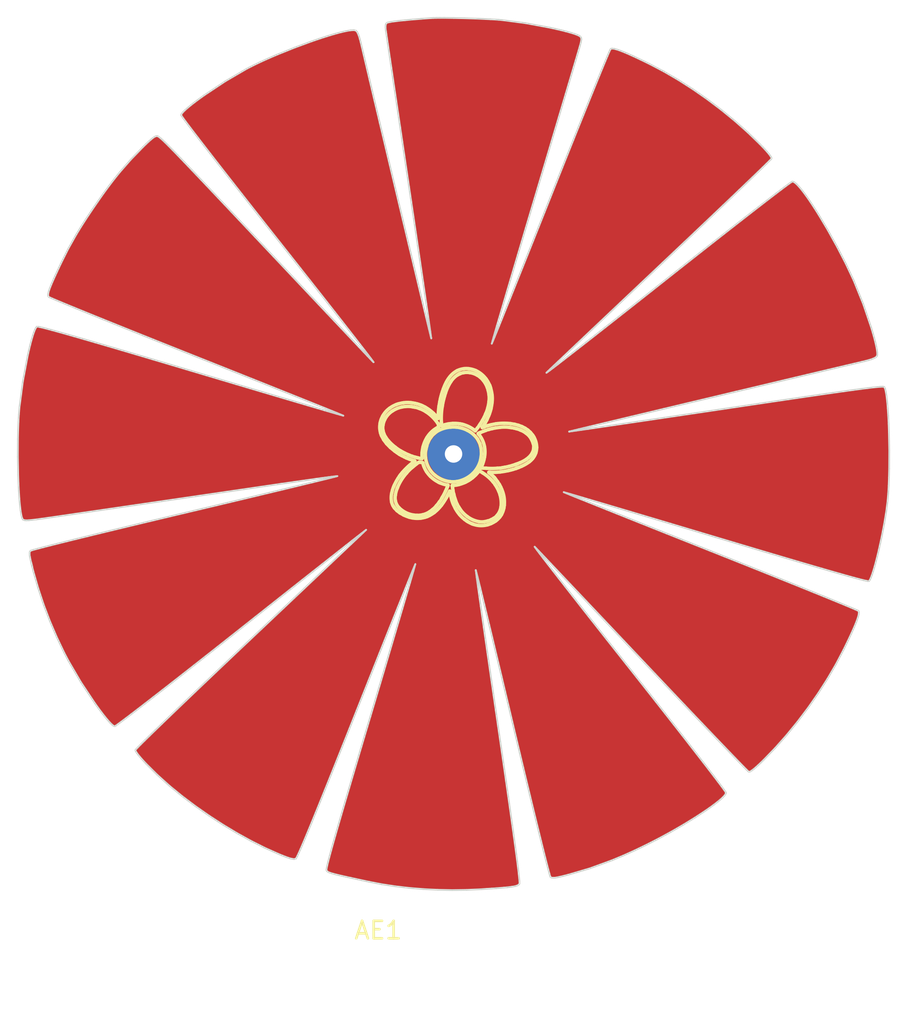
<source format=kicad_pcb>
(kicad_pcb (version 20240108) (generator "pcbnew") (generator_version "8.0")
  (layers (0 "F.Cu" signal) (31 "B.Cu" signal) (34 "B.Paste" user) (35 "F.Paste" user) (36 "B.SilkS" user "B.Silkscreen") (37 "F.SilkS" user "F.Silkscreen") (38 "B.Mask" user) (39 "F.Mask" user) (44 "Edge.Cuts" user))
  (net 0 "")
  (footprint "EMC_antenna:EMC_antenna" (layer "F.Cu") (at 147.095379 90.1645)
    (property "Reference" "AE1")
    (property "Value" "Antenna")
    (fp_line (start -25 0.16881) (end -24.98105 1.18929) (stroke (width 0.1)) (layer "Edge.Cuts"))
    (fp_line (start -24.99537 -0.86195) (end -25 0.16881) (stroke (width 0.1)) (layer "Edge.Cuts"))
    (fp_line (start -24.98355 -1.35906) (end -24.99537 -0.86195) (stroke (width 0.1)) (layer "Edge.Cuts"))
    (fp_line (start -24.98105 1.18929) (end -24.9634 1.67356) (stroke (width 0.1)) (layer "Edge.Cuts"))
    (fp_line (start -24.96502 -1.8322) (end -24.98355 -1.35906) (stroke (width 0.1)) (layer "Edge.Cuts"))
    (fp_line (start -24.9634 1.67356) (end -24.94066 2.12872) (stroke (width 0.1)) (layer "Edge.Cuts"))
    (fp_line (start -24.94066 2.12872) (end -24.9131 2.54593) (stroke (width 0.1)) (layer "Edge.Cuts"))
    (fp_line (start -24.93953 -2.27252) (end -24.96502 -1.8322) (stroke (width 0.1)) (layer "Edge.Cuts"))
    (fp_line (start -24.9131 2.54593) (end -24.88098 2.91633) (stroke (width 0.1)) (layer "Edge.Cuts"))
    (fp_line (start -24.90681 -2.67118) (end -24.93953 -2.27252) (stroke (width 0.1)) (layer "Edge.Cuts"))
    (fp_line (start -24.88098 2.91633) (end -24.84457 3.23108) (stroke (width 0.1)) (layer "Edge.Cuts"))
    (fp_line (start -24.84457 3.23108) (end -24.80414 3.48134) (stroke (width 0.1)) (layer "Edge.Cuts"))
    (fp_line (start -24.80414 3.48134) (end -24.75996 3.65825) (stroke (width 0.1)) (layer "Edge.Cuts"))
    (fp_line (start -24.75996 3.65825) (end -24.7123 3.75297) (stroke (width 0.1)) (layer "Edge.Cuts"))
    (fp_line (start -24.7123 3.75297) (end -24.67248 3.77952) (stroke (width 0.1)) (layer "Edge.Cuts"))
    (fp_line (start -24.70995 -4.16201) (end -24.90681 -2.67118) (stroke (width 0.1)) (layer "Edge.Cuts"))
    (fp_line (start -24.67248 3.77952) (end -24.60849 3.79611) (stroke (width 0.1)) (layer "Edge.Cuts"))
    (fp_line (start -24.60849 3.79611) (end -24.51199 3.80217) (stroke (width 0.1)) (layer "Edge.Cuts"))
    (fp_line (start -24.51199 3.80217) (end -24.37464 3.79715) (stroke (width 0.1)) (layer "Edge.Cuts"))
    (fp_line (start -24.43511 -5.62645) (end -24.70995 -4.16201) (stroke (width 0.1)) (layer "Edge.Cuts"))
    (fp_line (start -24.37464 3.79715) (end -24.18809 3.78048) (stroke (width 0.1)) (layer "Edge.Cuts"))
    (fp_line (start -24.36168 -5.95391) (end -24.43511 -5.62645) (stroke (width 0.1)) (layer "Edge.Cuts"))
    (fp_line (start -24.32231 5.78838) (end -24.30449 5.90459) (stroke (width 0.1)) (layer "Edge.Cuts"))
    (fp_line (start -24.32159 5.63606) (end -24.32231 5.78838) (stroke (width 0.1)) (layer "Edge.Cuts"))
    (fp_line (start -24.30449 5.90459) (end -24.27367 6.05508) (stroke (width 0.1)) (layer "Edge.Cuts"))
    (fp_line (start -24.28836 -6.25669) (end -24.36168 -5.95391) (stroke (width 0.1)) (layer "Edge.Cuts"))
    (fp_line (start -24.27671 5.55254) (end -24.32159 5.63606) (stroke (width 0.1)) (layer "Edge.Cuts"))
    (fp_line (start -24.27367 6.05508) (end -24.22921 6.24556) (stroke (width 0.1)) (layer "Edge.Cuts"))
    (fp_line (start -24.22921 6.24556) (end -24.226513 6.256401) (stroke (width 0.1)) (layer "Edge.Cuts"))
    (fp_line (start -24.227323 6.253143) (end -24.106685 6.737705) (stroke (width 0.1)) (layer "Edge.Cuts"))
    (fp_line (start -24.226513 6.256401) (end -24.17046 6.4817) (stroke (width 0.1)) (layer "Edge.Cuts"))
    (fp_line (start -24.2206 5.53137) (end -24.27671 5.55254) (stroke (width 0.1)) (layer "Edge.Cuts"))
    (fp_line (start -24.21613 -6.53019) (end -24.28836 -6.25669) (stroke (width 0.1)) (layer "Edge.Cuts"))
    (fp_line (start -24.18809 3.78048) (end -23.94401 3.75161) (stroke (width 0.1)) (layer "Edge.Cuts"))
    (fp_line (start -24.17046 6.4817) (end -24.227323 6.253143) (stroke (width 0.1)) (layer "Edge.Cuts"))
    (fp_line (start -24.14601 -6.76981) (end -24.21613 -6.53019) (stroke (width 0.1)) (layer "Edge.Cuts"))
    (fp_line (start -24.106685 6.737705) (end -23.830393 7.697419) (stroke (width 0.1)) (layer "Edge.Cuts"))
    (fp_line (start -24.07897 -6.97094) (end -24.14601 -6.76981) (stroke (width 0.1)) (layer "Edge.Cuts"))
    (fp_line (start -24.07662 5.48961) (end -24.2206 5.53137) (stroke (width 0.1)) (layer "Edge.Cuts"))
    (fp_line (start -24.01603 -7.12898) (end -24.07897 -6.97094) (stroke (width 0.1)) (layer "Edge.Cuts"))
    (fp_line (start -23.95816 -7.23933) (end -24.01603 -7.12898) (stroke (width 0.1)) (layer "Edge.Cuts"))
    (fp_line (start -23.94401 3.75161) (end -23.63404 3.70998) (stroke (width 0.1)) (layer "Edge.Cuts"))
    (fp_line (start -23.90638 -7.29738) (end -23.95816 -7.23933) (stroke (width 0.1)) (layer "Edge.Cuts"))
    (fp_line (start -23.86162 -7.29757) (end -23.90638 -7.29738) (stroke (width 0.1)) (layer "Edge.Cuts"))
    (fp_line (start -23.84933 5.4284) (end -24.07662 5.48961) (stroke (width 0.1)) (layer "Edge.Cuts"))
    (fp_line (start -23.830393 7.697419) (end -23.514591 8.644867) (stroke (width 0.1)) (layer "Edge.Cuts"))
    (fp_line (start -23.75662 -7.2788) (end -23.86162 -7.29757) (stroke (width 0.1)) (layer "Edge.Cuts"))
    (fp_line (start -23.63404 3.70998) (end -23.24986 3.65501) (stroke (width 0.1)) (layer "Edge.Cuts"))
    (fp_line (start -23.58978 -7.24062) (end -23.75662 -7.2788) (stroke (width 0.1)) (layer "Edge.Cuts"))
    (fp_line (start -23.54328 5.34884) (end -23.84933 5.4284) (stroke (width 0.1)) (layer "Edge.Cuts"))
    (fp_line (start -23.514591 8.644867) (end -23.159821 9.578423) (stroke (width 0.1)) (layer "Edge.Cuts"))
    (fp_line (start -23.35952 -7.18257) (end -23.58978 -7.24062) (stroke (width 0.1)) (layer "Edge.Cuts"))
    (fp_line (start -23.26261 -9.1601) (end -23.26122 -9.07017) (stroke (width 0.1)) (layer "Edge.Cuts"))
    (fp_line (start -23.26122 -9.07017) (end -23.23435 -9.01162) (stroke (width 0.1)) (layer "Edge.Cuts"))
    (fp_line (start -23.24986 3.65501) (end -18.26332 2.92918) (stroke (width 0.1)) (layer "Edge.Cuts"))
    (fp_line (start -23.23478 -9.29142) (end -23.26261 -9.1601) (stroke (width 0.1)) (layer "Edge.Cuts"))
    (fp_line (start -23.23435 -9.01162) (end -23.18179 -8.98361) (stroke (width 0.1)) (layer "Edge.Cuts"))
    (fp_line (start -23.18179 -8.98361) (end -23.04495 -8.92234) (stroke (width 0.1)) (layer "Edge.Cuts"))
    (fp_line (start -23.17404 -9.47418) (end -23.23478 -9.29142) (stroke (width 0.1)) (layer "Edge.Cuts"))
    (fp_line (start -23.16305 5.25205) (end -23.54328 5.34884) (stroke (width 0.1)) (layer "Edge.Cuts"))
    (fp_line (start -23.159821 9.578423) (end -22.766692 10.496485) (stroke (width 0.1)) (layer "Edge.Cuts"))
    (fp_line (start -23.07668 -9.71839) (end -23.17404 -9.47418) (stroke (width 0.1)) (layer "Edge.Cuts"))
    (fp_line (start -23.06424 -7.1042) (end -23.35952 -7.18257) (stroke (width 0.1)) (layer "Edge.Cuts"))
    (fp_line (start -23.04495 -8.92234) (end -22.82819 -8.82958) (stroke (width 0.1)) (layer "Edge.Cuts"))
    (fp_line (start -22.93897 -10.03407) (end -23.07668 -9.71839) (stroke (width 0.1)) (layer "Edge.Cuts"))
    (fp_line (start -22.85382 -10.22185) (end -22.93897 -10.03407) (stroke (width 0.1)) (layer "Edge.Cuts"))
    (fp_line (start -22.82819 -8.82958) (end -22.53589 -8.70709) (stroke (width 0.1)) (layer "Edge.Cuts"))
    (fp_line (start -22.766692 10.496485) (end -22.335878 11.397477) (stroke (width 0.1)) (layer "Edge.Cuts"))
    (fp_line (start -22.7572 -10.43126) (end -22.85382 -10.22185) (stroke (width 0.1)) (layer "Edge.Cuts"))
    (fp_line (start -22.71318 5.13916) (end -23.16305 5.25205) (stroke (width 0.1)) (layer "Edge.Cuts"))
    (fp_line (start -22.70235 -7.00505) (end -23.06424 -7.1042) (stroke (width 0.1)) (layer "Edge.Cuts"))
    (fp_line (start -22.64864 -10.66355) (end -22.7572 -10.43126) (stroke (width 0.1)) (layer "Edge.Cuts"))
    (fp_line (start -22.53589 -8.70709) (end -22.17239 -8.55665) (stroke (width 0.1)) (layer "Edge.Cuts"))
    (fp_line (start -22.52767 -10.91998) (end -22.64864 -10.66355) (stroke (width 0.1)) (layer "Edge.Cuts"))
    (fp_line (start -22.335878 11.397477) (end -22.104254 11.839862) (stroke (width 0.1)) (layer "Edge.Cuts"))
    (fp_line (start -22.27225 -6.88466) (end -22.70235 -7.00505) (stroke (width 0.1)) (layer "Edge.Cuts"))
    (fp_line (start -22.19823 5.01128) (end -22.71318 5.13916) (stroke (width 0.1)) (layer "Edge.Cuts"))
    (fp_line (start -22.17239 -8.55665) (end -21.74207 -8.38003) (stroke (width 0.1)) (layer "Edge.Cuts"))
    (fp_line (start -22.1062 -11.76257) (end -22.52767 -10.91998) (stroke (width 0.1)) (layer "Edge.Cuts"))
    (fp_line (start -22.104254 11.839862) (end -21.38518 13.07241) (stroke (width 0.1)) (layer "Edge.Cuts"))
    (fp_line (start -21.77234 -6.74258) (end -22.27225 -6.88466) (stroke (width 0.1)) (layer "Edge.Cuts"))
    (fp_line (start -21.74207 -8.38003) (end -21.24928 -8.17898) (stroke (width 0.1)) (layer "Edge.Cuts"))
    (fp_line (start -21.64316 -12.58471) (end -22.1062 -11.76257) (stroke (width 0.1)) (layer "Edge.Cuts"))
    (fp_line (start -21.62276 4.86953) (end -22.19823 5.01128) (stroke (width 0.1)) (layer "Edge.Cuts"))
    (fp_line (start -21.38518 13.07241) (end -20.56998 14.2983) (stroke (width 0.1)) (layer "Edge.Cuts"))
    (fp_line (start -21.3819 -13.01187) (end -21.64316 -12.58471) (stroke (width 0.1)) (layer "Edge.Cuts"))
    (fp_line (start -21.24928 -8.17898) (end -20.6984 -7.95529) (stroke (width 0.1)) (layer "Edge.Cuts"))
    (fp_line (start -21.20104 -6.57836) (end -21.77234 -6.74258) (stroke (width 0.1)) (layer "Edge.Cuts"))
    (fp_line (start -21.09326 -13.46242) (end -21.3819 -13.01187) (stroke (width 0.1)) (layer "Edge.Cuts"))
    (fp_line (start -20.99133 4.71503) (end -21.62276 4.86953) (stroke (width 0.1)) (layer "Edge.Cuts"))
    (fp_line (start -20.77158 -13.94588) (end -21.09326 -13.46242) (stroke (width 0.1)) (layer "Edge.Cuts"))
    (fp_line (start -20.6984 -7.95529) (end -20.09378 -7.71072) (stroke (width 0.1)) (layer "Edge.Cuts"))
    (fp_line (start -20.56998 14.2983) (end -20.37435 14.57089) (stroke (width 0.1)) (layer "Edge.Cuts"))
    (fp_line (start -20.55676 -6.39153) (end -21.20104 -6.57836) (stroke (width 0.1)) (layer "Edge.Cuts"))
    (fp_line (start -20.4112 -14.47173) (end -20.77158 -13.94588) (stroke (width 0.1)) (layer "Edge.Cuts"))
    (fp_line (start -20.37435 14.57089) (end -20.18818 14.82115) (stroke (width 0.1)) (layer "Edge.Cuts"))
    (fp_line (start -20.30849 4.5489) (end -20.99133 4.71503) (stroke (width 0.1)) (layer "Edge.Cuts"))
    (fp_line (start -20.18818 14.82115) (end -20.01456 15.04472) (stroke (width 0.1)) (layer "Edge.Cuts"))
    (fp_line (start -20.09378 -7.71072) (end -19.4398 -7.44703) (stroke (width 0.1)) (layer "Edge.Cuts"))
    (fp_line (start -20.07976 -14.94165) (end -20.4112 -14.47173) (stroke (width 0.1)) (layer "Edge.Cuts"))
    (fp_line (start -20.01456 15.04472) (end -19.85658 15.23721) (stroke (width 0.1)) (layer "Edge.Cuts"))
    (fp_line (start -19.85658 15.23721) (end -19.71734 15.39424) (stroke (width 0.1)) (layer "Edge.Cuts"))
    (fp_line (start -19.83789 -6.18164) (end -20.55676 -6.39153) (stroke (width 0.1)) (layer "Edge.Cuts"))
    (fp_line (start -19.7622 -15.37469) (end -20.07976 -14.94165) (stroke (width 0.1)) (layer "Edge.Cuts"))
    (fp_line (start -19.71734 15.39424) (end -19.59993 15.51143) (stroke (width 0.1)) (layer "Edge.Cuts"))
    (fp_line (start -19.59993 15.51143) (end -19.50745 15.5844) (stroke (width 0.1)) (layer "Edge.Cuts"))
    (fp_line (start -19.5788 4.37226) (end -20.30849 4.5489) (stroke (width 0.1)) (layer "Edge.Cuts"))
    (fp_line (start -19.50745 15.5844) (end -19.44298 15.60877) (stroke (width 0.1)) (layer "Edge.Cuts"))
    (fp_line (start -19.4527 -15.77789) (end -19.7622 -15.37469) (stroke (width 0.1)) (layer "Edge.Cuts"))
    (fp_line (start -19.44298 15.60877) (end -19.39029 15.57877) (stroke (width 0.1)) (layer "Edge.Cuts"))
    (fp_line (start -19.4398 -7.44703) (end -18.7408 -7.166) (stroke (width 0.1)) (layer "Edge.Cuts"))
    (fp_line (start -19.39029 15.57877) (end -19.26573 15.4916) (stroke (width 0.1)) (layer "Edge.Cuts"))
    (fp_line (start -19.26573 15.4916) (end -19.07305 15.35019) (stroke (width 0.1)) (layer "Edge.Cuts"))
    (fp_line (start -19.14542 -16.15828) (end -19.4527 -15.77789) (stroke (width 0.1)) (layer "Edge.Cuts"))
    (fp_line (start -19.07305 15.35019) (end -18.81604 15.15745) (stroke (width 0.1)) (layer "Edge.Cuts"))
    (fp_line (start -19.04284 -5.94824) (end -19.83789 -6.18164) (stroke (width 0.1)) (layer "Edge.Cuts"))
    (fp_line (start -18.81604 15.15745) (end -18.49846 14.91631) (stroke (width 0.1)) (layer "Edge.Cuts"))
    (fp_line (start -18.80682 4.18622) (end -19.5788 4.37226) (stroke (width 0.1)) (layer "Edge.Cuts"))
    (fp_line (start -18.7408 -7.166) (end -18.00116 -6.86939) (stroke (width 0.1)) (layer "Edge.Cuts"))
    (fp_line (start -18.51419 -16.87875) (end -19.14542 -16.15828) (stroke (width 0.1)) (layer "Edge.Cuts"))
    (fp_line (start -18.49846 14.91631) (end -18.12409 14.6297) (stroke (width 0.1)) (layer "Edge.Cuts"))
    (fp_line (start -18.26332 2.92918) (end -10.68601 1.82378) (stroke (width 0.1)) (layer "Edge.Cuts"))
    (fp_line (start -18.24973 16.97009) (end -18.24333 17.01087) (stroke (width 0.1)) (layer "Edge.Cuts"))
    (fp_line (start -18.24333 17.01087) (end -18.21358 17.07162) (stroke (width 0.1)) (layer "Edge.Cuts"))
    (fp_line (start -18.21358 17.07162) (end -18.16215 17.15057) (stroke (width 0.1)) (layer "Edge.Cuts"))
    (fp_line (start -18.21317 16.92428) (end -18.24973 16.97009) (stroke (width 0.1)) (layer "Edge.Cuts"))
    (fp_line (start -18.17002 -5.69087) (end -19.04284 -5.94824) (stroke (width 0.1)) (layer "Edge.Cuts"))
    (fp_line (start -18.16215 17.15057) (end -18.09071 17.24598) (stroke (width 0.1)) (layer "Edge.Cuts"))
    (fp_line (start -18.12409 14.6297) (end -17.69669 14.30054) (stroke (width 0.1)) (layer "Edge.Cuts"))
    (fp_line (start -18.11109 16.81693) (end -18.21317 16.92428) (stroke (width 0.1)) (layer "Edge.Cuts"))
    (fp_line (start -18.09071 17.24598) (end -17.89449 17.47916) (stroke (width 0.1)) (layer "Edge.Cuts"))
    (fp_line (start -18.00116 -6.86939) (end -17.22524 -6.55898) (stroke (width 0.1)) (layer "Edge.Cuts"))
    (fp_line (start -17.99711 3.99191) (end -18.80682 4.18622) (stroke (width 0.1)) (layer "Edge.Cuts"))
    (fp_line (start -17.94687 16.65125) (end -18.11109 16.81693) (stroke (width 0.1)) (layer "Edge.Cuts"))
    (fp_line (start -17.89449 17.47916) (end -17.63828 17.75715) (stroke (width 0.1)) (layer "Edge.Cuts"))
    (fp_line (start -17.82184 -17.59233) (end -18.51419 -16.87875) (stroke (width 0.1)) (layer "Edge.Cuts"))
    (fp_line (start -17.72386 16.4305) (end -17.94687 16.65125) (stroke (width 0.1)) (layer "Edge.Cuts"))
    (fp_line (start -17.69669 14.30054) (end -17.22005 13.93175) (stroke (width 0.1)) (layer "Edge.Cuts"))
    (fp_line (start -17.64282 -17.76678) (end -17.82184 -17.59233) (stroke (width 0.1)) (layer "Edge.Cuts"))
    (fp_line (start -17.63828 17.75715) (end -16.9993 18.39147) (stroke (width 0.1)) (layer "Edge.Cuts"))
    (fp_line (start -17.49049 -17.91) (end -17.64282 -17.76678) (stroke (width 0.1)) (layer "Edge.Cuts"))
    (fp_line (start -17.44544 16.15791) (end -17.72386 16.4305) (stroke (width 0.1)) (layer "Edge.Cuts"))
    (fp_line (start -17.36232 -18.02393) (end -17.49049 -17.91) (stroke (width 0.1)) (layer "Edge.Cuts"))
    (fp_line (start -17.25579 -18.11047) (end -17.36232 -18.02393) (stroke (width 0.1)) (layer "Edge.Cuts"))
    (fp_line (start -17.22524 -6.55898) (end -16.4174 -6.23652) (stroke (width 0.1)) (layer "Edge.Cuts"))
    (fp_line (start -17.22005 13.93175) (end -16.69792 13.52626) (stroke (width 0.1)) (layer "Edge.Cuts"))
    (fp_line (start -17.21784 -5.40907) (end -18.17002 -5.69087) (stroke (width 0.1)) (layer "Edge.Cuts"))
    (fp_line (start -17.16835 -18.17157) (end -17.25579 -18.11047) (stroke (width 0.1)) (layer "Edge.Cuts"))
    (fp_line (start -17.15423 3.79044) (end -17.99711 3.99191) (stroke (width 0.1)) (layer "Edge.Cuts"))
    (fp_line (start -17.11497 15.8367) (end -17.44544 16.15791) (stroke (width 0.1)) (layer "Edge.Cuts"))
    (fp_line (start -17.0975 -18.20914) (end -17.16835 -18.17157) (stroke (width 0.1)) (layer "Edge.Cuts"))
    (fp_line (start -17.04069 -18.22511) (end -17.0975 -18.20914) (stroke (width 0.1)) (layer "Edge.Cuts"))
    (fp_line (start -16.9993 18.39147) (end -16.28062 19.03678) (stroke (width 0.1)) (layer "Edge.Cuts"))
    (fp_line (start -16.9954 -18.22141) (end -17.04069 -18.22511) (stroke (width 0.1)) (layer "Edge.Cuts"))
    (fp_line (start -16.95246 -18.20262) (end -16.9954 -18.22141) (stroke (width 0.1)) (layer "Edge.Cuts"))
    (fp_line (start -16.89511 -18.16549) (end -16.95246 -18.20262) (stroke (width 0.1)) (layer "Edge.Cuts"))
    (fp_line (start -16.81576 -18.10214) (end -16.89511 -18.16549) (stroke (width 0.1)) (layer "Edge.Cuts"))
    (fp_line (start -16.7358 15.47011) (end -17.11497 15.8367) (stroke (width 0.1)) (layer "Edge.Cuts"))
    (fp_line (start -16.70682 -18.00473) (end -16.81576 -18.10214) (stroke (width 0.1)) (layer "Edge.Cuts"))
    (fp_line (start -16.69792 13.52626) (end -16.13408 13.08698) (stroke (width 0.1)) (layer "Edge.Cuts"))
    (fp_line (start -16.56071 -17.86539) (end -16.70682 -18.00473) (stroke (width 0.1)) (layer "Edge.Cuts"))
    (fp_line (start -16.4174 -6.23652) (end -15.58201 -5.9038) (stroke (width 0.1)) (layer "Edge.Cuts"))
    (fp_line (start -16.36984 -17.67627) (end -16.56071 -17.86539) (stroke (width 0.1)) (layer "Edge.Cuts"))
    (fp_line (start -16.31132 15.06138) (end -16.7358 15.47011) (stroke (width 0.1)) (layer "Edge.Cuts"))
    (fp_line (start -16.28273 3.58293) (end -17.15423 3.79044) (stroke (width 0.1)) (layer "Edge.Cuts"))
    (fp_line (start -16.28062 19.03678) (end -15.56558 19.6188) (stroke (width 0.1)) (layer "Edge.Cuts"))
    (fp_line (start -16.1847 -5.1024) (end -17.21784 -5.40907) (stroke (width 0.1)) (layer "Edge.Cuts"))
    (fp_line (start -16.13408 13.08698) (end -15.53231 12.61686) (stroke (width 0.1)) (layer "Edge.Cuts"))
    (fp_line (start -16.12662 -17.42951) (end -16.36984 -17.67627) (stroke (width 0.1)) (layer "Edge.Cuts"))
    (fp_line (start -15.84487 14.61374) (end -16.31132 15.06138) (stroke (width 0.1)) (layer "Edge.Cuts"))
    (fp_line (start -15.82347 -17.11724) (end -16.12662 -17.42951) (stroke (width 0.1)) (layer "Edge.Cuts"))
    (fp_line (start -15.64704 -16.93409) (end -15.82347 -17.11724) (stroke (width 0.1)) (layer "Edge.Cuts"))
    (fp_line (start -15.62818 -19.42934) (end -15.59816 -19.37671) (stroke (width 0.1)) (layer "Edge.Cuts"))
    (fp_line (start -15.60379 -19.49375) (end -15.62818 -19.42934) (stroke (width 0.1)) (layer "Edge.Cuts"))
    (fp_line (start -15.59816 -19.37671) (end -15.51092 -19.25226) (stroke (width 0.1)) (layer "Edge.Cuts"))
    (fp_line (start -15.58201 -5.9038) (end -14.72342 -5.56257) (stroke (width 0.1)) (layer "Edge.Cuts"))
    (fp_line (start -15.56558 19.6188) (end -14.81022 20.18722) (stroke (width 0.1)) (layer "Edge.Cuts"))
    (fp_line (start -15.53231 12.61686) (end -14.89638 12.1188) (stroke (width 0.1)) (layer "Edge.Cuts"))
    (fp_line (start -15.53075 -19.58614) (end -15.60379 -19.49375) (stroke (width 0.1)) (layer "Edge.Cuts"))
    (fp_line (start -15.51092 -19.25226) (end -15.36938 -19.05977) (stroke (width 0.1)) (layer "Edge.Cuts"))
    (fp_line (start -15.45279 -16.73162) (end -15.64704 -16.93409) (stroke (width 0.1)) (layer "Edge.Cuts"))
    (fp_line (start -15.41345 -19.70344) (end -15.53075 -19.58614) (stroke (width 0.1)) (layer "Edge.Cuts"))
    (fp_line (start -15.38717 3.37051) (end -16.28273 3.58293) (stroke (width 0.1)) (layer "Edge.Cuts"))
    (fp_line (start -15.36938 -19.05977) (end -15.17649 -18.80301) (stroke (width 0.1)) (layer "Edge.Cuts"))
    (fp_line (start -15.33984 14.13043) (end -15.84487 14.61374) (stroke (width 0.1)) (layer "Edge.Cuts"))
    (fp_line (start -15.25626 -19.84254) (end -15.41345 -19.70344) (stroke (width 0.1)) (layer "Edge.Cuts"))
    (fp_line (start -15.23976 -16.50884) (end -15.45279 -16.73162) (stroke (width 0.1)) (layer "Edge.Cuts"))
    (fp_line (start -15.17649 -18.80301) (end -14.93515 -18.48574) (stroke (width 0.1)) (layer "Edge.Cuts"))
    (fp_line (start -15.069 -4.77038) (end -16.1847 -5.1024) (stroke (width 0.1)) (layer "Edge.Cuts"))
    (fp_line (start -15.06359 -20.00037) (end -15.25626 -19.84254) (stroke (width 0.1)) (layer "Edge.Cuts"))
    (fp_line (start -15.007 -16.26477) (end -15.23976 -16.50884) (stroke (width 0.1)) (layer "Edge.Cuts"))
    (fp_line (start -14.93515 -18.48574) (end -14.6483 -18.11173) (stroke (width 0.1)) (layer "Edge.Cuts"))
    (fp_line (start -14.89638 12.1188) (end -14.23005 11.59573) (stroke (width 0.1)) (layer "Edge.Cuts"))
    (fp_line (start -14.8398 -20.17382) (end -15.06359 -20.00037) (stroke (width 0.1)) (layer "Edge.Cuts"))
    (fp_line (start -14.81022 20.18722) (end -14.02562 20.73514) (stroke (width 0.1)) (layer "Edge.Cuts"))
    (fp_line (start -14.79957 13.61467) (end -15.33984 14.13043) (stroke (width 0.1)) (layer "Edge.Cuts"))
    (fp_line (start -14.75357 -15.99844) (end -15.007 -16.26477) (stroke (width 0.1)) (layer "Edge.Cuts"))
    (fp_line (start -14.72342 -5.56257) (end -13.86541 -5.22176) (stroke (width 0.1)) (layer "Edge.Cuts"))
    (fp_line (start -14.6483 -18.11173) (end -14.31887 -17.68475) (stroke (width 0.1)) (layer "Edge.Cuts"))
    (fp_line (start -14.58929 -20.35981) (end -14.8398 -20.17382) (stroke (width 0.1)) (layer "Edge.Cuts"))
    (fp_line (start -14.49248 3.15849) (end -15.38717 3.37051) (stroke (width 0.1)) (layer "Edge.Cuts"))
    (fp_line (start -14.47852 -15.70885) (end -14.75357 -15.99844) (stroke (width 0.1)) (layer "Edge.Cuts"))
    (fp_line (start -14.31887 -17.68475) (end -13.94977 -17.20856) (stroke (width 0.1)) (layer "Edge.Cuts"))
    (fp_line (start -14.31644 -20.55525) (end -14.58929 -20.35981) (stroke (width 0.1)) (layer "Edge.Cuts"))
    (fp_line (start -14.23005 11.59573) (end -13.5371 11.05058) (stroke (width 0.1)) (layer "Edge.Cuts"))
    (fp_line (start -14.22743 13.0697) (end -14.79957 13.61467) (stroke (width 0.1)) (layer "Edge.Cuts"))
    (fp_line (start -14.18089 -15.39503) (end -14.47852 -15.70885) (stroke (width 0.1)) (layer "Edge.Cuts"))
    (fp_line (start -14.18029 -4.50578) (end -15.069 -4.77038) (stroke (width 0.1)) (layer "Edge.Cuts"))
    (fp_line (start -14.02562 20.73514) (end -13.22287 21.25564) (stroke (width 0.1)) (layer "Edge.Cuts"))
    (fp_line (start -13.94977 -17.20856) (end -13.54394 -16.68694) (stroke (width 0.1)) (layer "Edge.Cuts"))
    (fp_line (start -13.86541 -5.22176) (end -13.0317 -4.89027) (stroke (width 0.1)) (layer "Edge.Cuts"))
    (fp_line (start -13.85975 -15.056) (end -14.18089 -15.39503) (stroke (width 0.1)) (layer "Edge.Cuts"))
    (fp_line (start -13.62679 12.49876) (end -14.22743 13.0697) (stroke (width 0.1)) (layer "Edge.Cuts"))
    (fp_line (start -13.62354 2.9522) (end -14.49248 3.15849) (stroke (width 0.1)) (layer "Edge.Cuts"))
    (fp_line (start -13.54394 -16.68694) (end -13.10431 -16.12365) (stroke (width 0.1)) (layer "Edge.Cuts"))
    (fp_line (start -13.5371 11.05058) (end -12.8213 10.48627) (stroke (width 0.1)) (layer "Edge.Cuts"))
    (fp_line (start -13.51413 -14.69077) (end -13.85975 -15.056) (stroke (width 0.1)) (layer "Edge.Cuts"))
    (fp_line (start -13.31626 -4.24883) (end -14.18029 -4.50578) (stroke (width 0.1)) (layer "Edge.Cuts"))
    (fp_line (start -13.22287 21.25564) (end -12.41303 21.74179) (stroke (width 0.1)) (layer "Edge.Cuts"))
    (fp_line (start -13.1431 -14.29835) (end -13.51413 -14.69077) (stroke (width 0.1)) (layer "Edge.Cuts"))
    (fp_line (start -13.10431 -16.12365) (end -12.63379 -15.52246) (stroke (width 0.1)) (layer "Edge.Cuts"))
    (fp_line (start -13.08936 -21.36967) (end -14.31644 -20.55525) (stroke (width 0.1)) (layer "Edge.Cuts"))
    (fp_line (start -13.0317 -4.89027) (end -12.22658 -4.56983) (stroke (width 0.1)) (layer "Edge.Cuts"))
    (fp_line (start -13.00102 11.90508) (end -13.62679 12.49876) (stroke (width 0.1)) (layer "Edge.Cuts"))
    (fp_line (start -12.8213 10.48627) (end -12.08643 9.90573) (stroke (width 0.1)) (layer "Edge.Cuts"))
    (fp_line (start -12.78482 2.7527) (end -13.62354 2.9522) (stroke (width 0.1)) (layer "Edge.Cuts"))
    (fp_line (start -12.74571 -13.87778) (end -13.1431 -14.29835) (stroke (width 0.1)) (layer "Edge.Cuts"))
    (fp_line (start -12.63379 -15.52246) (end -12.13532 -14.88715) (stroke (width 0.1)) (layer "Edge.Cuts"))
    (fp_line (start -12.48139 -4.00086) (end -13.31626 -4.24883) (stroke (width 0.1)) (layer "Edge.Cuts"))
    (fp_line (start -12.41303 21.74179) (end -11.6072 22.1867) (stroke (width 0.1)) (layer "Edge.Cuts"))
    (fp_line (start -12.35347 11.29189) (end -13.00102 11.90508) (stroke (width 0.1)) (layer "Edge.Cuts"))
    (fp_line (start -12.321 -13.42806) (end -12.74571 -13.87778) (stroke (width 0.1)) (layer "Edge.Cuts"))
    (fp_line (start -12.22658 -4.56983) (end -11.45438 -4.26216) (stroke (width 0.1)) (layer "Edge.Cuts"))
    (fp_line (start -12.13532 -14.88715) (end -11.61182 -14.22146) (stroke (width 0.1)) (layer "Edge.Cuts"))
    (fp_line (start -12.08643 9.90573) (end -11.35303 9.32594) (stroke (width 0.1)) (layer "Edge.Cuts"))
    (fp_line (start -11.9808 2.56106) (end -12.78482 2.7527) (stroke (width 0.1)) (layer "Edge.Cuts"))
    (fp_line (start -11.86803 -12.94821) (end -12.321 -13.42806) (stroke (width 0.1)) (layer "Edge.Cuts"))
    (fp_line (start -11.85567 -22.088) (end -13.08936 -21.36967) (stroke (width 0.1)) (layer "Edge.Cuts"))
    (fp_line (start -11.68752 10.66243) (end -12.35347 11.29189) (stroke (width 0.1)) (layer "Edge.Cuts"))
    (fp_line (start -11.68018 -3.76318) (end -12.48139 -4.00086) (stroke (width 0.1)) (layer "Edge.Cuts"))
    (fp_line (start -11.61182 -14.22146) (end -11.06622 -13.52919) (stroke (width 0.1)) (layer "Edge.Cuts"))
    (fp_line (start -11.6072 22.1867) (end -10.81644 22.58343) (stroke (width 0.1)) (layer "Edge.Cuts"))
    (fp_line (start -11.46303 -22.28771) (end -11.85567 -22.088) (stroke (width 0.1)) (layer "Edge.Cuts"))
    (fp_line (start -11.45438 -4.26216) (end -10.7194 -3.96899) (stroke (width 0.1)) (layer "Edge.Cuts"))
    (fp_line (start -11.38585 -12.43725) (end -11.86803 -12.94821) (stroke (width 0.1)) (layer "Edge.Cuts"))
    (fp_line (start -11.35303 9.32594) (end -10.64159 8.76385) (stroke (width 0.1)) (layer "Edge.Cuts"))
    (fp_line (start -11.21593 2.37838) (end -11.9808 2.56106) (stroke (width 0.1)) (layer "Edge.Cuts"))
    (fp_line (start -11.06622 -13.52919) (end -10.50145 -12.81408) (stroke (width 0.1)) (layer "Edge.Cuts"))
    (fp_line (start -11.03427 -22.49177) (end -11.46303 -22.28771) (stroke (width 0.1)) (layer "Edge.Cuts"))
    (fp_line (start -11.02099 10.03294) (end -11.68752 10.66243) (stroke (width 0.1)) (layer "Edge.Cuts"))
    (fp_line (start -10.91711 -3.53712) (end -11.68018 -3.76318) (stroke (width 0.1)) (layer "Edge.Cuts"))
    (fp_line (start -10.87351 -11.8942) (end -11.38585 -12.43725) (stroke (width 0.1)) (layer "Edge.Cuts"))
    (fp_line (start -10.81644 22.58343) (end -10.05184 22.92508) (stroke (width 0.1)) (layer "Edge.Cuts"))
    (fp_line (start -10.7194 -3.96899) (end -10.02594 -3.69205) (stroke (width 0.1)) (layer "Edge.Cuts"))
    (fp_line (start -10.68601 1.82378) (end -9.89019 1.70805) (stroke (width 0.1)) (layer "Edge.Cuts"))
    (fp_line (start -10.64159 8.76385) (end -9.95571 8.2223) (stroke (width 0.1)) (layer "Edge.Cuts"))
    (fp_line (start -10.57719 -22.69745) (end -11.03427 -22.49177) (stroke (width 0.1)) (layer "Edge.Cuts"))
    (fp_line (start -10.50145 -12.81408) (end -9.92042 -12.07992) (stroke (width 0.1)) (layer "Edge.Cuts"))
    (fp_line (start -10.49471 2.20573) (end -11.21593 2.37838) (stroke (width 0.1)) (layer "Edge.Cuts"))
    (fp_line (start -10.37178 9.41966) (end -11.02099 10.03294) (stroke (width 0.1)) (layer "Edge.Cuts"))
    (fp_line (start -10.33006 -11.31808) (end -10.87351 -11.8942) (stroke (width 0.1)) (layer "Edge.Cuts"))
    (fp_line (start -10.19665 -3.32401) (end -10.91711 -3.53712) (stroke (width 0.1)) (layer "Edge.Cuts"))
    (fp_line (start -10.09962 -22.90203) (end -10.57719 -22.69745) (stroke (width 0.1)) (layer "Edge.Cuts"))
    (fp_line (start -10.05184 22.92508) (end -9.82379 23.01864) (stroke (width 0.1)) (layer "Edge.Cuts"))
    (fp_line (start -10.02594 -3.69205) (end -9.37831 -3.43306) (stroke (width 0.1)) (layer "Edge.Cuts"))
    (fp_line (start -9.95571 8.2223) (end -9.29903 7.70416) (stroke (width 0.1)) (layer "Edge.Cuts"))
    (fp_line (start -9.92042 -12.07992) (end -9.34139 -11.34851) (stroke (width 0.1)) (layer "Edge.Cuts"))
    (fp_line (start -9.89019 1.70805) (end -9.1452 1.60098) (stroke (width 0.1)) (layer "Edge.Cuts"))
    (fp_line (start -9.82379 23.01864) (end -9.63295 23.0933) (stroke (width 0.1)) (layer "Edge.Cuts"))
    (fp_line (start -9.82158 2.04418) (end -10.49471 2.20573) (stroke (width 0.1)) (layer "Edge.Cuts"))
    (fp_line (start -9.74329 8.82582) (end -10.37178 9.41966) (stroke (width 0.1)) (layer "Edge.Cuts"))
    (fp_line (start -9.63295 23.0933) (end -9.47552 23.15013) (stroke (width 0.1)) (layer "Edge.Cuts"))
    (fp_line (start -9.5233 -3.12515) (end -10.19665 -3.32401) (stroke (width 0.1)) (layer "Edge.Cuts"))
    (fp_line (start -9.47552 23.15013) (end -9.34769 23.19018) (stroke (width 0.1)) (layer "Edge.Cuts"))
    (fp_line (start -9.37831 -3.43306) (end -8.78082 -3.19375) (stroke (width 0.1)) (layer "Edge.Cuts"))
    (fp_line (start -9.34769 23.19018) (end -9.16559 23.22426) (stroke (width 0.1)) (layer "Edge.Cuts"))
    (fp_line (start -9.34139 -11.34851) (end -8.78246 -10.64148) (stroke (width 0.1)) (layer "Edge.Cuts"))
    (fp_line (start -9.29903 7.70416) (end -8.67517 7.21226) (stroke (width 0.1)) (layer "Edge.Cuts"))
    (fp_line (start -9.24692 -10.17017) (end -10.33006 -11.31808) (stroke (width 0.1)) (layer "Edge.Cuts"))
    (fp_line (start -9.20103 1.89482) (end -9.82158 2.04418) (stroke (width 0.1)) (layer "Edge.Cuts"))
    (fp_line (start -9.16559 23.22426) (end -9.05619 23.20407) (stroke (width 0.1)) (layer "Edge.Cuts"))
    (fp_line (start -9.1452 1.60098) (end -8.46753 1.50484) (stroke (width 0.1)) (layer "Edge.Cuts"))
    (fp_line (start -9.13896 8.25467) (end -9.74329 8.82582) (stroke (width 0.1)) (layer "Edge.Cuts"))
    (fp_line (start -9.11422 -23.29689) (end -10.09962 -22.90203) (stroke (width 0.1)) (layer "Edge.Cuts"))
    (fp_line (start -9.05619 23.20407) (end -9.0261 23.16385) (stroke (width 0.1)) (layer "Edge.Cuts"))
    (fp_line (start -9.0261 23.16385) (end -8.97266 23.0624) (stroke (width 0.1)) (layer "Edge.Cuts"))
    (fp_line (start -8.97266 23.0624) (end -8.89548 22.89883) (stroke (width 0.1)) (layer "Edge.Cuts"))
    (fp_line (start -8.90153 -2.94187) (end -9.5233 -3.12515) (stroke (width 0.1)) (layer "Edge.Cuts"))
    (fp_line (start -8.89548 22.89883) (end -8.79421 22.67222) (stroke (width 0.1)) (layer "Edge.Cuts"))
    (fp_line (start -8.79421 22.67222) (end -8.66846 22.38169) (stroke (width 0.1)) (layer "Edge.Cuts"))
    (fp_line (start -8.78246 -10.64148) (end -8.24636 -9.96234) (stroke (width 0.1)) (layer "Edge.Cuts"))
    (fp_line (start -8.78082 -3.19375) (end -8.23777 -2.97585) (stroke (width 0.1)) (layer "Edge.Cuts"))
    (fp_line (start -8.67517 7.21226) (end -8.08776 6.74946) (stroke (width 0.1)) (layer "Edge.Cuts"))
    (fp_line (start -8.66846 22.38169) (end -8.51787 22.02632) (stroke (width 0.1)) (layer "Edge.Cuts"))
    (fp_line (start -8.63754 1.75872) (end -9.20103 1.89482) (stroke (width 0.1)) (layer "Edge.Cuts"))
    (fp_line (start -8.56219 7.70944) (end -9.13896 8.25467) (stroke (width 0.1)) (layer "Edge.Cuts"))
    (fp_line (start -8.51787 22.02632) (end -8.34207 21.60521) (stroke (width 0.1)) (layer "Edge.Cuts"))
    (fp_line (start -8.46753 1.50484) (end -7.87366 1.42191) (stroke (width 0.1)) (layer "Edge.Cuts"))
    (fp_line (start -8.34207 21.60521) (end -8.14069 21.11747) (stroke (width 0.1)) (layer "Edge.Cuts"))
    (fp_line (start -8.33584 -2.77548) (end -8.90153 -2.94187) (stroke (width 0.1)) (layer "Edge.Cuts"))
    (fp_line (start -8.24636 -9.96234) (end -7.73583 -9.31458) (stroke (width 0.1)) (layer "Edge.Cuts"))
    (fp_line (start -8.23777 -2.97585) (end -7.75348 -2.78107) (stroke (width 0.1)) (layer "Edge.Cuts"))
    (fp_line (start -8.22146 -9.08424) (end -9.24692 -10.17017) (stroke (width 0.1)) (layer "Edge.Cuts"))
    (fp_line (start -8.14069 21.11747) (end -7.91335 20.56219) (stroke (width 0.1)) (layer "Edge.Cuts"))
    (fp_line (start -8.14057 -23.65448) (end -9.11422 -23.29689) (stroke (width 0.1)) (layer "Edge.Cuts"))
    (fp_line (start -8.13556 1.63696) (end -8.63754 1.75872) (stroke (width 0.1)) (layer "Edge.Cuts"))
    (fp_line (start -8.08776 6.74946) (end -7.54042 6.3186) (stroke (width 0.1)) (layer "Edge.Cuts"))
    (fp_line (start -8.01642 7.19337) (end -8.56219 7.70944) (stroke (width 0.1)) (layer "Edge.Cuts"))
    (fp_line (start -7.91335 20.56219) (end -7.65969 19.93846) (stroke (width 0.1)) (layer "Edge.Cuts"))
    (fp_line (start -7.87366 1.42191) (end -7.6133 1.38611) (stroke (width 0.1)) (layer "Edge.Cuts"))
    (fp_line (start -7.83071 -2.62732) (end -8.33584 -2.77548) (stroke (width 0.1)) (layer "Edge.Cuts"))
    (fp_line (start -7.75348 -2.78107) (end -7.33225 -2.61116) (stroke (width 0.1)) (layer "Edge.Cuts"))
    (fp_line (start -7.7377 -8.57229) (end -8.22146 -9.08424) (stroke (width 0.1)) (layer "Edge.Cuts"))
    (fp_line (start -7.73583 -9.31458) (end -7.25358 -8.70169) (stroke (width 0.1)) (layer "Edge.Cuts"))
    (fp_line (start -7.69957 1.53062) (end -8.13556 1.63696) (stroke (width 0.1)) (layer "Edge.Cuts"))
    (fp_line (start -7.67769 -23.81245) (end -8.14057 -23.65448) (stroke (width 0.1)) (layer "Edge.Cuts"))
    (fp_line (start -7.65969 19.93846) (end -7.37933 19.24539) (stroke (width 0.1)) (layer "Edge.Cuts"))
    (fp_line (start -7.6133 1.38611) (end -7.38008 1.35447) (stroke (width 0.1)) (layer "Edge.Cuts"))
    (fp_line (start -7.54042 6.3186) (end -7.03678 5.92254) (stroke (width 0.1)) (layer "Edge.Cuts"))
    (fp_line (start -7.50506 6.70969) (end -8.01642 7.19337) (stroke (width 0.1)) (layer "Edge.Cuts"))
    (fp_line (start -7.39061 -2.4987) (end -7.83071 -2.62732) (stroke (width 0.1)) (layer "Edge.Cuts"))
    (fp_line (start -7.38008 1.35447) (end -7.17605 1.32728) (stroke (width 0.1)) (layer "Edge.Cuts"))
    (fp_line (start -7.37933 19.24539) (end -7.0719 18.48208) (stroke (width 0.1)) (layer "Edge.Cuts"))
    (fp_line (start -7.33404 1.44077) (end -7.69957 1.53062) (stroke (width 0.1)) (layer "Edge.Cuts"))
    (fp_line (start -7.33225 -2.61116) (end -6.97838 -2.46783) (stroke (width 0.1)) (layer "Edge.Cuts"))
    (fp_line (start -7.28967 23.82482) (end -7.28745 23.86913) (stroke (width 0.1)) (layer "Edge.Cuts"))
    (fp_line (start -7.28745 23.86913) (end -7.25329 23.91843) (stroke (width 0.1)) (layer "Edge.Cuts"))
    (fp_line (start -7.27719 -8.08514) (end -7.7377 -8.57229) (stroke (width 0.1)) (layer "Edge.Cuts"))
    (fp_line (start -7.27499 23.7283) (end -7.28967 23.82482) (stroke (width 0.1)) (layer "Edge.Cuts"))
    (fp_line (start -7.25358 -8.70169) (end -6.80236 -8.12718) (stroke (width 0.1)) (layer "Edge.Cuts"))
    (fp_line (start -7.25329 23.91843) (end -7.19152 23.96366) (stroke (width 0.1)) (layer "Edge.Cuts"))
    (fp_line (start -7.24248 23.57624) (end -7.27499 23.7283) (stroke (width 0.1)) (layer "Edge.Cuts"))
    (fp_line (start -7.24118 -23.95289) (end -7.67769 -23.81245) (stroke (width 0.1)) (layer "Edge.Cuts"))
    (fp_line (start -7.19152 23.96366) (end -7.07717 24.01152) (stroke (width 0.1)) (layer "Edge.Cuts"))
    (fp_line (start -7.19117 23.36532) (end -7.24248 23.57624) (stroke (width 0.1)) (layer "Edge.Cuts"))
    (fp_line (start -7.17605 1.32728) (end -7.00328 1.30481) (stroke (width 0.1)) (layer "Edge.Cuts"))
    (fp_line (start -7.12013 23.09221) (end -7.19117 23.36532) (stroke (width 0.1)) (layer "Edge.Cuts"))
    (fp_line (start -7.07717 24.01152) (end -6.88523 24.06872) (stroke (width 0.1)) (layer "Edge.Cuts"))
    (fp_line (start -7.0719 18.48208) (end -6.73704 17.64762) (stroke (width 0.1)) (layer "Edge.Cuts"))
    (fp_line (start -7.04345 1.3685) (end -7.33404 1.44077) (stroke (width 0.1)) (layer "Edge.Cuts"))
    (fp_line (start -7.03678 5.92254) (end -6.58045 5.56412) (stroke (width 0.1)) (layer "Edge.Cuts"))
    (fp_line (start -7.03153 6.26165) (end -7.50506 6.70969) (stroke (width 0.1)) (layer "Edge.Cuts"))
    (fp_line (start -7.0284 22.75361) (end -7.12013 23.09221) (stroke (width 0.1)) (layer "Edge.Cuts"))
    (fp_line (start -7.02005 -2.39094) (end -7.39061 -2.4987) (stroke (width 0.1)) (layer "Edge.Cuts"))
    (fp_line (start -7.00328 1.30481) (end -6.86383 1.28735) (stroke (width 0.1)) (layer "Edge.Cuts"))
    (fp_line (start -6.97838 -2.46783) (end -6.69618 -2.35282) (stroke (width 0.1)) (layer "Edge.Cuts"))
    (fp_line (start -6.91504 22.34617) (end -7.0284 22.75361) (stroke (width 0.1)) (layer "Edge.Cuts"))
    (fp_line (start -6.88523 24.06872) (end -6.75236 24.10291) (stroke (width 0.1)) (layer "Edge.Cuts"))
    (fp_line (start -6.86383 1.28735) (end -6.75975 1.27519) (stroke (width 0.1)) (layer "Edge.Cuts"))
    (fp_line (start -6.84285 -7.62591) (end -7.27719 -8.08514) (stroke (width 0.1)) (layer "Edge.Cuts"))
    (fp_line (start -6.83886 -24.07307) (end -7.24118 -23.95289) (stroke (width 0.1)) (layer "Edge.Cuts"))
    (fp_line (start -6.83226 1.31488) (end -7.04345 1.3685) (stroke (width 0.1)) (layer "Edge.Cuts"))
    (fp_line (start -6.80236 -8.12718) (end -6.38489 -7.59453) (stroke (width 0.1)) (layer "Edge.Cuts"))
    (fp_line (start -6.7791 21.86659) (end -6.91504 22.34617) (stroke (width 0.1)) (layer "Edge.Cuts"))
    (fp_line (start -6.75975 1.27519) (end -6.69312 1.26861) (stroke (width 0.1)) (layer "Edge.Cuts"))
    (fp_line (start -6.75236 24.10291) (end -6.59073 24.14195) (stroke (width 0.1)) (layer "Edge.Cuts"))
    (fp_line (start -6.73704 17.64762) (end -6.37437 16.7411) (stroke (width 0.1)) (layer "Edge.Cuts"))
    (fp_line (start -6.72349 -2.30536) (end -7.02005 -2.39094) (stroke (width 0.1)) (layer "Edge.Cuts"))
    (fp_line (start -6.70495 1.28099) (end -6.83226 1.31488) (stroke (width 0.1)) (layer "Edge.Cuts"))
    (fp_line (start -6.69618 -2.35282) (end -6.48997 -2.26784) (stroke (width 0.1)) (layer "Edge.Cuts"))
    (fp_line (start -6.69312 1.26861) (end -6.66598 1.2679) (stroke (width 0.1)) (layer "Edge.Cuts"))
    (fp_line (start -6.66598 1.2679) (end -6.70495 1.28099) (stroke (width 0.1)) (layer "Edge.Cuts"))
    (fp_line (start -6.61962 21.31154) (end -6.7791 21.86659) (stroke (width 0.1)) (layer "Edge.Cuts"))
    (fp_line (start -6.59925 5.85247) (end -7.03153 6.26165) (stroke (width 0.1)) (layer "Edge.Cuts"))
    (fp_line (start -6.59073 24.14195) (end -6.39721 24.18667) (stroke (width 0.1)) (layer "Edge.Cuts"))
    (fp_line (start -6.58045 5.56412) (end -6.17508 5.2462) (stroke (width 0.1)) (layer "Edge.Cuts"))
    (fp_line (start -6.50542 -2.24328) (end -6.72349 -2.30536) (stroke (width 0.1)) (layer "Edge.Cuts"))
    (fp_line (start -6.48997 -2.26784) (end -6.36404 -2.21463) (stroke (width 0.1)) (layer "Edge.Cuts"))
    (fp_line (start -6.47855 -24.17024) (end -6.83886 -24.07307) (stroke (width 0.1)) (layer "Edge.Cuts"))
    (fp_line (start -6.43763 -7.1977) (end -6.84285 -7.62591) (stroke (width 0.1)) (layer "Edge.Cuts"))
    (fp_line (start -6.43566 20.67769) (end -6.61962 21.31154) (stroke (width 0.1)) (layer "Edge.Cuts"))
    (fp_line (start -6.39721 24.18667) (end -6.16867 24.23791) (stroke (width 0.1)) (layer "Edge.Cuts"))
    (fp_line (start -6.38489 -7.59453) (end -6.0039 -7.10724) (stroke (width 0.1)) (layer "Edge.Cuts"))
    (fp_line (start -6.37437 16.7411) (end -5.98352 15.76164) (stroke (width 0.1)) (layer "Edge.Cuts"))
    (fp_line (start -6.37033 -2.20603) (end -6.50542 -2.24328) (stroke (width 0.1)) (layer "Edge.Cuts"))
    (fp_line (start -6.36404 -2.21463) (end -6.32271 -2.19491) (stroke (width 0.1)) (layer "Edge.Cuts"))
    (fp_line (start -6.32271 -2.19491) (end -6.37033 -2.20603) (stroke (width 0.1)) (layer "Edge.Cuts"))
    (fp_line (start -6.22627 19.96173) (end -6.43566 20.67769) (stroke (width 0.1)) (layer "Edge.Cuts"))
    (fp_line (start -6.21164 5.48541) (end -6.59925 5.85247) (stroke (width 0.1)) (layer "Edge.Cuts"))
    (fp_line (start -6.17508 5.2462) (end -5.82428 4.97161) (stroke (width 0.1)) (layer "Edge.Cuts"))
    (fp_line (start -6.16867 24.23791) (end -5.902 24.29651) (stroke (width 0.1)) (layer "Edge.Cuts"))
    (fp_line (start -6.16804 -24.24168) (end -6.47855 -24.17024) (stroke (width 0.1)) (layer "Edge.Cuts"))
    (fp_line (start -6.06446 -6.80362) (end -6.43763 -7.1977) (stroke (width 0.1)) (layer "Edge.Cuts"))
    (fp_line (start -6.0039 -7.10724) (end -5.66212 -6.6688) (stroke (width 0.1)) (layer "Edge.Cuts"))
    (fp_line (start -5.99051 19.16033) (end -6.22627 19.96173) (stroke (width 0.1)) (layer "Edge.Cuts"))
    (fp_line (start -5.98352 15.76164) (end -5.56412 14.70832) (stroke (width 0.1)) (layer "Edge.Cuts"))
    (fp_line (start -5.91516 -24.28464) (end -6.16804 -24.24168) (stroke (width 0.1)) (layer "Edge.Cuts"))
    (fp_line (start -5.902 24.29651) (end -5.59406 24.36331) (stroke (width 0.1)) (layer "Edge.Cuts"))
    (fp_line (start -5.87214 5.16368) (end -6.21164 5.48541) (stroke (width 0.1)) (layer "Edge.Cuts"))
    (fp_line (start -5.82428 4.97161) (end -5.53167 4.74321) (stroke (width 0.1)) (layer "Edge.Cuts"))
    (fp_line (start -5.72772 -24.2964) (end -5.91516 -24.28464) (stroke (width 0.1)) (layer "Edge.Cuts"))
    (fp_line (start -5.72741 18.27017) (end -5.99051 19.16033) (stroke (width 0.1)) (layer "Edge.Cuts"))
    (fp_line (start -5.72629 -6.44677) (end -6.06446 -6.80362) (stroke (width 0.1)) (layer "Edge.Cuts"))
    (fp_line (start -5.66212 -6.6688) (end -5.36228 -6.28273) (stroke (width 0.1)) (layer "Edge.Cuts"))
    (fp_line (start -5.61353 -24.27421) (end -5.72772 -24.2964) (stroke (width 0.1)) (layer "Edge.Cuts"))
    (fp_line (start -5.59406 24.36331) (end -5.24174 24.43914) (stroke (width 0.1)) (layer "Edge.Cuts"))
    (fp_line (start -5.58414 4.89054) (end -5.87214 5.16368) (stroke (width 0.1)) (layer "Edge.Cuts"))
    (fp_line (start -5.56412 14.70832) (end -5.22285 13.85079) (stroke (width 0.1)) (layer "Edge.Cuts"))
    (fp_line (start -5.53638 -24.19586) (end -5.61353 -24.27421) (stroke (width 0.1)) (layer "Edge.Cuts"))
    (fp_line (start -5.53167 4.74321) (end -5.30089 4.56386) (stroke (width 0.1)) (layer "Edge.Cuts"))
    (fp_line (start -5.45947 -24.03587) (end -5.53638 -24.19586) (stroke (width 0.1)) (layer "Edge.Cuts"))
    (fp_line (start -5.43604 17.28792) (end -5.72741 18.27017) (stroke (width 0.1)) (layer "Edge.Cuts"))
    (fp_line (start -5.42605 -6.13026) (end -5.72629 -6.44677) (stroke (width 0.1)) (layer "Edge.Cuts"))
    (fp_line (start -5.4194 -23.92081) (end -5.45947 -24.03587) (stroke (width 0.1)) (layer "Edge.Cuts"))
    (fp_line (start -5.37735 -23.77999) (end -5.4194 -23.92081) (stroke (width 0.1)) (layer "Edge.Cuts"))
    (fp_line (start -5.36228 -6.28273) (end -5.1071 -5.9525) (stroke (width 0.1)) (layer "Edge.Cuts"))
    (fp_line (start -5.35108 4.66922) (end -5.58414 4.89054) (stroke (width 0.1)) (layer "Edge.Cuts"))
    (fp_line (start -5.33263 -23.61164) (end -5.37735 -23.77999) (stroke (width 0.1)) (layer "Edge.Cuts"))
    (fp_line (start -5.30089 4.56386) (end -5.13555 4.43639) (stroke (width 0.1)) (layer "Edge.Cuts"))
    (fp_line (start -5.28456 -23.41396) (end -5.33263 -23.61164) (stroke (width 0.1)) (layer "Edge.Cuts"))
    (fp_line (start -5.27946 16.76123) (end -5.43604 17.28792) (stroke (width 0.1)) (layer "Edge.Cuts"))
    (fp_line (start -5.24174 24.43914) (end -4.84192 24.52484) (stroke (width 0.1)) (layer "Edge.Cuts"))
    (fp_line (start -5.22285 13.85079) (end -4.8909 13.01754) (stroke (width 0.1)) (layer "Edge.Cuts"))
    (fp_line (start -5.18451 -22.98823) (end -5.28456 -23.41396) (stroke (width 0.1)) (layer "Edge.Cuts"))
    (fp_line (start -5.17638 4.50295) (end -5.35108 4.66922) (stroke (width 0.1)) (layer "Edge.Cuts"))
    (fp_line (start -5.16669 -5.85719) (end -5.42605 -6.13026) (stroke (width 0.1)) (layer "Edge.Cuts"))
    (fp_line (start -5.13555 4.43639) (end -5.03929 4.36367) (stroke (width 0.1)) (layer "Edge.Cuts"))
    (fp_line (start -5.11545 16.21027) (end -5.27946 16.76123) (stroke (width 0.1)) (layer "Edge.Cuts"))
    (fp_line (start -5.1071 -5.9525) (end -4.89932 -5.68161) (stroke (width 0.1)) (layer "Edge.Cuts"))
    (fp_line (start -5.07377 -22.51812) (end -5.18451 -22.98823) (stroke (width 0.1)) (layer "Edge.Cuts"))
    (fp_line (start -5.06345 4.39497) (end -5.17638 4.50295) (stroke (width 0.1)) (layer "Edge.Cuts"))
    (fp_line (start -5.03929 4.36367) (end -5.01572 4.34853) (stroke (width 0.1)) (layer "Edge.Cuts"))
    (fp_line (start -5.01572 4.34853) (end -5.06345 4.39497) (stroke (width 0.1)) (layer "Edge.Cuts"))
    (fp_line (start -4.95325 -22.00745) (end -5.07377 -22.51812) (stroke (width 0.1)) (layer "Edge.Cuts"))
    (fp_line (start -4.95114 -5.63067) (end -5.16669 -5.85719) (stroke (width 0.1)) (layer "Edge.Cuts"))
    (fp_line (start -4.9439 15.63463) (end -5.11545 16.21027) (stroke (width 0.1)) (layer "Edge.Cuts"))
    (fp_line (start -4.89932 -5.68161) (end -4.74167 -5.47357) (stroke (width 0.1)) (layer "Edge.Cuts"))
    (fp_line (start -4.8909 13.01754) (end -4.57002 12.21288) (stroke (width 0.1)) (layer "Edge.Cuts"))
    (fp_line (start -4.84192 24.52484) (end -4.10993 24.66546) (stroke (width 0.1)) (layer "Edge.Cuts"))
    (fp_line (start -4.82385 -21.46001) (end -4.95325 -22.00745) (stroke (width 0.1)) (layer "Edge.Cuts"))
    (fp_line (start -4.78235 -5.4538) (end -4.95114 -5.63067) (stroke (width 0.1)) (layer "Edge.Cuts"))
    (fp_line (start -4.76468 15.03389) (end -4.9439 15.63463) (stroke (width 0.1)) (layer "Edge.Cuts"))
    (fp_line (start -4.74167 -5.47357) (end -4.63688 -5.33186) (stroke (width 0.1)) (layer "Edge.Cuts"))
    (fp_line (start -4.68649 -20.8796) (end -4.82385 -21.46001) (stroke (width 0.1)) (layer "Edge.Cuts"))
    (fp_line (start -4.66325 -5.32969) (end -4.78235 -5.4538) (stroke (width 0.1)) (layer "Edge.Cuts"))
    (fp_line (start -4.63688 -5.33186) (end -4.58767 -5.25998) (stroke (width 0.1)) (layer "Edge.Cuts"))
    (fp_line (start -4.59678 -5.26144) (end -4.66325 -5.32969) (stroke (width 0.1)) (layer "Edge.Cuts"))
    (fp_line (start -4.58767 -5.25998) (end -4.59678 -5.26144) (stroke (width 0.1)) (layer "Edge.Cuts"))
    (fp_line (start -4.57002 12.21288) (end -4.26193 11.44111) (stroke (width 0.1)) (layer "Edge.Cuts"))
    (fp_line (start -4.54207 -20.27001) (end -4.68649 -20.8796) (stroke (width 0.1)) (layer "Edge.Cuts"))
    (fp_line (start -4.50034 14.14769) (end -4.76468 15.03389) (stroke (width 0.1)) (layer "Edge.Cuts"))
    (fp_line (start -4.39149 -19.63505) (end -4.54207 -20.27001) (stroke (width 0.1)) (layer "Edge.Cuts"))
    (fp_line (start -4.26193 11.44111) (end -3.96836 10.70654) (stroke (width 0.1)) (layer "Edge.Cuts"))
    (fp_line (start -4.24365 13.2861) (end -4.50034 14.14769) (stroke (width 0.1)) (layer "Edge.Cuts"))
    (fp_line (start -4.23566 -18.97851) (end -4.39149 -19.63505) (stroke (width 0.1)) (layer "Edge.Cuts"))
    (fp_line (start -4.10993 24.66546) (end -3.34254 24.78221) (stroke (width 0.1)) (layer "Edge.Cuts"))
    (fp_line (start -3.99593 12.4536) (end -4.24365 13.2861) (stroke (width 0.1)) (layer "Edge.Cuts"))
    (fp_line (start -3.96836 10.70654) (end -3.69103 10.01347) (stroke (width 0.1)) (layer "Edge.Cuts"))
    (fp_line (start -3.90172 -24.4567) (end -3.88843 -24.31477) (stroke (width 0.1)) (layer "Edge.Cuts"))
    (fp_line (start -3.89718 -24.5693) (end -3.90172 -24.4567) (stroke (width 0.1)) (layer "Edge.Cuts"))
    (fp_line (start -3.88843 -24.31477) (end -3.87722 -24.23795) (stroke (width 0.1)) (layer "Edge.Cuts"))
    (fp_line (start -3.87722 -24.23795) (end -3.85317 -24.07493) (stroke (width 0.1)) (layer "Edge.Cuts"))
    (fp_line (start -3.87476 -24.65289) (end -3.89718 -24.5693) (stroke (width 0.1)) (layer "Edge.Cuts"))
    (fp_line (start -3.85317 -24.07493) (end -3.81698 -23.83031) (stroke (width 0.1)) (layer "Edge.Cuts"))
    (fp_line (start -3.83441 -24.70779) (end -3.87476 -24.65289) (stroke (width 0.1)) (layer "Edge.Cuts"))
    (fp_line (start -3.81698 -23.83031) (end -3.76932 -23.50871) (stroke (width 0.1)) (layer "Edge.Cuts"))
    (fp_line (start -3.76932 -23.50871) (end -3.71087 -23.11473) (stroke (width 0.1)) (layer "Edge.Cuts"))
    (fp_line (start -3.76732 -24.73482) (end -3.83441 -24.70779) (stroke (width 0.1)) (layer "Edge.Cuts"))
    (fp_line (start -3.7585 11.65466) (end -3.99593 12.4536) (stroke (width 0.1)) (layer "Edge.Cuts"))
    (fp_line (start -3.71087 -23.11473) (end -3.64233 -22.65299) (stroke (width 0.1)) (layer "Edge.Cuts"))
    (fp_line (start -3.69103 10.01347) (end -3.43169 9.36621) (stroke (width 0.1)) (layer "Edge.Cuts"))
    (fp_line (start -3.64233 -22.65299) (end -3.56438 -22.1281) (stroke (width 0.1)) (layer "Edge.Cuts"))
    (fp_line (start -3.62886 -24.76409) (end -3.76732 -24.73482) (stroke (width 0.1)) (layer "Edge.Cuts"))
    (fp_line (start -3.578 -16.21256) (end -4.23566 -18.97851) (stroke (width 0.1)) (layer "Edge.Cuts"))
    (fp_line (start -3.56438 -22.1281) (end -3.4777 -21.54466) (stroke (width 0.1)) (layer "Edge.Cuts"))
    (fp_line (start -3.53267 10.89374) (end -3.7585 11.65466) (stroke (width 0.1)) (layer "Edge.Cuts"))
    (fp_line (start -3.4777 -21.54466) (end -3.38298 -20.90728) (stroke (width 0.1)) (layer "Edge.Cuts"))
    (fp_line (start -3.43169 9.36621) (end -3.19205 8.76905) (stroke (width 0.1)) (layer "Edge.Cuts"))
    (fp_line (start -3.41899 -24.79561) (end -3.62886 -24.76409) (stroke (width 0.1)) (layer "Edge.Cuts"))
    (fp_line (start -3.38298 -20.90728) (end -3.2809 -20.22059) (stroke (width 0.1)) (layer "Edge.Cuts"))
    (fp_line (start -3.34254 24.78221) (end -2.54768 24.87457) (stroke (width 0.1)) (layer "Edge.Cuts"))
    (fp_line (start -3.31977 10.17532) (end -3.53267 10.89374) (stroke (width 0.1)) (layer "Edge.Cuts"))
    (fp_line (start -3.2809 -20.22059) (end -3.17215 -19.48918) (stroke (width 0.1)) (layer "Edge.Cuts"))
    (fp_line (start -3.19205 8.76905) (end -2.97385 8.22631) (stroke (width 0.1)) (layer "Edge.Cuts"))
    (fp_line (start -3.17215 -19.48918) (end -3.05742 -18.71766) (stroke (width 0.1)) (layer "Edge.Cuts"))
    (fp_line (start -3.13762 -24.82938) (end -3.41899 -24.79561) (stroke (width 0.1)) (layer "Edge.Cuts"))
    (fp_line (start -3.12111 9.50387) (end -3.31977 10.17532) (stroke (width 0.1)) (layer "Edge.Cuts"))
    (fp_line (start -3.05742 -18.71766) (end -2.93738 -17.91066) (stroke (width 0.1)) (layer "Edge.Cuts"))
    (fp_line (start -2.97385 8.22631) (end -2.77881 7.74229) (stroke (width 0.1)) (layer "Edge.Cuts"))
    (fp_line (start -2.93801 8.88387) (end -3.12111 9.50387) (stroke (width 0.1)) (layer "Edge.Cuts"))
    (fp_line (start -2.93738 -17.91066) (end -2.81273 -17.07277) (stroke (width 0.1)) (layer "Edge.Cuts"))
    (fp_line (start -2.90889 -13.40529) (end -3.578 -16.21256) (stroke (width 0.1)) (layer "Edge.Cuts"))
    (fp_line (start -2.81273 -17.07277) (end -2.68415 -16.2086) (stroke (width 0.1)) (layer "Edge.Cuts"))
    (fp_line (start -2.78469 -24.86541) (end -3.13762 -24.82938) (stroke (width 0.1)) (layer "Edge.Cuts"))
    (fp_line (start -2.77881 7.74229) (end -2.60866 7.32129) (stroke (width 0.1)) (layer "Edge.Cuts"))
    (fp_line (start -2.7718 8.31977) (end -2.93801 8.88387) (stroke (width 0.1)) (layer "Edge.Cuts"))
    (fp_line (start -2.68415 -16.2086) (end -2.55231 -15.32278) (stroke (width 0.1)) (layer "Edge.Cuts"))
    (fp_line (start -2.62379 7.81607) (end -2.7718 8.31977) (stroke (width 0.1)) (layer "Edge.Cuts"))
    (fp_line (start -2.60866 7.32129) (end -2.46514 6.96762) (stroke (width 0.1)) (layer "Edge.Cuts"))
    (fp_line (start -2.58817 -12.06213) (end -2.90889 -13.40529) (stroke (width 0.1)) (layer "Edge.Cuts"))
    (fp_line (start -2.55231 -15.32278) (end -2.4208 -14.43848) (stroke (width 0.1)) (layer "Edge.Cuts"))
    (fp_line (start -2.54768 24.87457) (end -1.73332 24.94201) (stroke (width 0.1)) (layer "Edge.Cuts"))
    (fp_line (start -2.4953 7.37721) (end -2.62379 7.81607) (stroke (width 0.1)) (layer "Edge.Cuts"))
    (fp_line (start -2.46514 6.96762) (end -2.34996 6.68558) (stroke (width 0.1)) (layer "Edge.Cuts"))
    (fp_line (start -2.4208 -14.43848) (end -2.29316 -13.5788) (stroke (width 0.1)) (layer "Edge.Cuts"))
    (fp_line (start -2.38765 7.00769) (end -2.4953 7.37721) (stroke (width 0.1)) (layer "Edge.Cuts"))
    (fp_line (start -2.36015 -24.90371) (end -2.78469 -24.86541) (stroke (width 0.1)) (layer "Edge.Cuts"))
    (fp_line (start -2.34996 6.68558) (end -2.26487 6.47948) (stroke (width 0.1)) (layer "Edge.Cuts"))
    (fp_line (start -2.30216 6.71197) (end -2.38765 7.00769) (stroke (width 0.1)) (layer "Edge.Cuts"))
    (fp_line (start -2.29316 -13.5788) (end -2.17004 -12.74819) (stroke (width 0.1)) (layer "Edge.Cuts"))
    (fp_line (start -2.28633 -10.7998) (end -2.58817 -12.06213) (stroke (width 0.1)) (layer "Edge.Cuts"))
    (fp_line (start -2.26487 6.47948) (end -2.21158 6.35362) (stroke (width 0.1)) (layer "Edge.Cuts"))
    (fp_line (start -2.24015 6.49452) (end -2.30216 6.71197) (stroke (width 0.1)) (layer "Edge.Cuts"))
    (fp_line (start -2.21158 6.35362) (end -2.19184 6.31231) (stroke (width 0.1)) (layer "Edge.Cuts"))
    (fp_line (start -2.20294 6.35981) (end -2.24015 6.49452) (stroke (width 0.1)) (layer "Edge.Cuts"))
    (fp_line (start -2.19184 6.31231) (end -2.20294 6.35981) (stroke (width 0.1)) (layer "Edge.Cuts"))
    (fp_line (start -2.17004 -12.74819) (end -2.0521 -11.95112) (stroke (width 0.1)) (layer "Edge.Cuts"))
    (fp_line (start -2.14477 -10.20844) (end -2.28633 -10.7998) (stroke (width 0.1)) (layer "Edge.Cuts"))
    (fp_line (start -2.0521 -11.95112) (end -1.93998 -11.19204) (stroke (width 0.1)) (layer "Edge.Cuts"))
    (fp_line (start -2.01065 -9.64869) (end -2.14477 -10.20844) (stroke (width 0.1)) (layer "Edge.Cuts"))
    (fp_line (start -1.93998 -11.19204) (end -1.83435 -10.47542) (stroke (width 0.1)) (layer "Edge.Cuts"))
    (fp_line (start -1.88487 -9.12435) (end -2.01065 -9.64869) (stroke (width 0.1)) (layer "Edge.Cuts"))
    (fp_line (start -1.86391 -24.94429) (end -2.36015 -24.90371) (stroke (width 0.1)) (layer "Edge.Cuts"))
    (fp_line (start -1.83435 -10.47542) (end -1.73584 -9.8057) (stroke (width 0.1)) (layer "Edge.Cuts"))
    (fp_line (start -1.76835 -8.6392) (end -1.88487 -9.12435) (stroke (width 0.1)) (layer "Edge.Cuts"))
    (fp_line (start -1.73584 -9.8057) (end -1.64513 -9.18736) (stroke (width 0.1)) (layer "Edge.Cuts"))
    (fp_line (start -1.73332 24.94201) (end -0.9074 24.984) (stroke (width 0.1)) (layer "Edge.Cuts"))
    (fp_line (start -1.662 -8.19706) (end -1.76835 -8.6392) (stroke (width 0.1)) (layer "Edge.Cuts"))
    (fp_line (start -1.64513 -9.18736) (end -1.56286 -8.62486) (stroke (width 0.1)) (layer "Edge.Cuts"))
    (fp_line (start -1.56671 -7.80171) (end -1.662 -8.19706) (stroke (width 0.1)) (layer "Edge.Cuts"))
    (fp_line (start -1.56286 -8.62486) (end -1.48968 -8.12264) (stroke (width 0.1)) (layer "Edge.Cuts"))
    (fp_line (start -1.48968 -8.12264) (end -1.42625 -7.68517) (stroke (width 0.1)) (layer "Edge.Cuts"))
    (fp_line (start -1.48339 -7.45696) (end -1.56671 -7.80171) (stroke (width 0.1)) (layer "Edge.Cuts"))
    (fp_line (start -1.42625 -7.68517) (end -1.37322 -7.31691) (stroke (width 0.1)) (layer "Edge.Cuts"))
    (fp_line (start -1.41296 -7.16661) (end -1.48339 -7.45696) (stroke (width 0.1)) (layer "Edge.Cuts"))
    (fp_line (start -1.37322 -7.31691) (end -1.33125 -7.02232) (stroke (width 0.1)) (layer "Edge.Cuts"))
    (fp_line (start -1.35632 -6.93445) (end -1.41296 -7.16661) (stroke (width 0.1)) (layer "Edge.Cuts"))
    (fp_line (start -1.33125 -7.02232) (end -1.30098 -6.80585) (stroke (width 0.1)) (layer "Edge.Cuts"))
    (fp_line (start -1.31437 -6.76429) (end -1.35632 -6.93445) (stroke (width 0.1)) (layer "Edge.Cuts"))
    (fp_line (start -1.30098 -6.80585) (end -1.28307 -6.67197) (stroke (width 0.1)) (layer "Edge.Cuts"))
    (fp_line (start -1.29592 -24.98714) (end -1.86391 -24.94429) (stroke (width 0.1)) (layer "Edge.Cuts"))
    (fp_line (start -1.28802 -6.65992) (end -1.31437 -6.76429) (stroke (width 0.1)) (layer "Edge.Cuts"))
    (fp_line (start -1.28307 -6.67197) (end -1.27818 -6.62514) (stroke (width 0.1)) (layer "Edge.Cuts"))
    (fp_line (start -1.27818 -6.62514) (end -1.28802 -6.65992) (stroke (width 0.1)) (layer "Edge.Cuts"))
    (fp_line (start -1.16243 -24.99392) (end -1.29592 -24.98714) (stroke (width 0.1)) (layer "Edge.Cuts"))
    (fp_line (start -0.98775 -24.99815) (end -1.16243 -24.99392) (stroke (width 0.1)) (layer "Edge.Cuts"))
    (fp_line (start -0.9074 24.984) (end -0.07789 25) (stroke (width 0.1)) (layer "Edge.Cuts"))
    (fp_line (start -0.77725 -25) (end -0.98775 -24.99815) (stroke (width 0.1)) (layer "Edge.Cuts"))
    (fp_line (start -0.5363 -24.9996) (end -0.77725 -25) (stroke (width 0.1)) (layer "Edge.Cuts"))
    (fp_line (start -0.07789 25) (end 0.74728 24.98949) (stroke (width 0.1)) (layer "Edge.Cuts"))
    (fp_line (start 0.01546 -24.99267) (end -0.5363 -24.9996) (stroke (width 0.1)) (layer "Edge.Cuts"))
    (fp_line (start 0.62456 -24.97857) (end 0.01546 -24.99267) (stroke (width 0.1)) (layer "Edge.Cuts"))
    (fp_line (start 0.74728 24.98949) (end 1.56013 24.95193) (stroke (width 0.1)) (layer "Edge.Cuts"))
    (fp_line (start 1.24805 -24.95847) (end 0.62456 -24.97857) (stroke (width 0.1)) (layer "Edge.Cuts"))
    (fp_line (start 1.27446 6.65485) (end 1.28755 6.69382) (stroke (width 0.1)) (layer "Edge.Cuts"))
    (fp_line (start 1.27893 6.70754) (end 1.27446 6.65485) (stroke (width 0.1)) (layer "Edge.Cuts"))
    (fp_line (start 1.28755 6.69382) (end 1.32146 6.82105) (stroke (width 0.1)) (layer "Edge.Cuts"))
    (fp_line (start 1.29649 6.84925) (end 1.27893 6.70754) (stroke (width 0.1)) (layer "Edge.Cuts"))
    (fp_line (start 1.32146 6.82105) (end 1.37512 7.03207) (stroke (width 0.1)) (layer "Edge.Cuts"))
    (fp_line (start 1.32651 7.07539) (end 1.29649 6.84925) (stroke (width 0.1)) (layer "Edge.Cuts"))
    (fp_line (start 1.36832 7.38136) (end 1.32651 7.07539) (stroke (width 0.1)) (layer "Edge.Cuts"))
    (fp_line (start 1.37512 7.03207) (end 1.44745 7.32242) (stroke (width 0.1)) (layer "Edge.Cuts"))
    (fp_line (start 1.42127 7.76258) (end 1.36832 7.38136) (stroke (width 0.1)) (layer "Edge.Cuts"))
    (fp_line (start 1.44745 7.32242) (end 1.53737 7.68763) (stroke (width 0.1)) (layer "Edge.Cuts"))
    (fp_line (start 1.4847 8.21446) (end 1.42127 7.76258) (stroke (width 0.1)) (layer "Edge.Cuts"))
    (fp_line (start 1.53737 7.68763) (end 1.64381 8.12323) (stroke (width 0.1)) (layer "Edge.Cuts"))
    (fp_line (start 1.55796 8.7324) (end 1.4847 8.21446) (stroke (width 0.1)) (layer "Edge.Cuts"))
    (fp_line (start 1.56013 24.95193) (end 1.8943 24.93036) (stroke (width 0.1)) (layer "Edge.Cuts"))
    (fp_line (start 1.6404 9.31181) (end 1.55796 8.7324) (stroke (width 0.1)) (layer "Edge.Cuts"))
    (fp_line (start 1.64381 8.12323) (end 1.76567 8.62475) (stroke (width 0.1)) (layer "Edge.Cuts"))
    (fp_line (start 1.73136 9.9481) (end 1.6404 9.31181) (stroke (width 0.1)) (layer "Edge.Cuts"))
    (fp_line (start 1.76567 8.62475) (end 1.9019 9.18773) (stroke (width 0.1)) (layer "Edge.Cuts"))
    (fp_line (start 1.83018 10.63669) (end 1.73136 9.9481) (stroke (width 0.1)) (layer "Edge.Cuts"))
    (fp_line (start 1.84297 -24.93358) (end 1.24805 -24.95847) (stroke (width 0.1)) (layer "Edge.Cuts"))
    (fp_line (start 1.8943 24.93036) (end 2.19236 24.91047) (stroke (width 0.1)) (layer "Edge.Cuts"))
    (fp_line (start 1.9019 9.18773) (end 2.0514 9.8077) (stroke (width 0.1)) (layer "Edge.Cuts"))
    (fp_line (start 1.93621 11.37297) (end 1.83018 10.63669) (stroke (width 0.1)) (layer "Edge.Cuts"))
    (fp_line (start 2.0488 12.15237) (end 1.93621 11.37297) (stroke (width 0.1)) (layer "Edge.Cuts"))
    (fp_line (start 2.0514 9.8077) (end 2.21309 10.4802) (stroke (width 0.1)) (layer "Edge.Cuts"))
    (fp_line (start 2.11629 -24.9197) (end 1.84297 -24.93358) (stroke (width 0.1)) (layer "Edge.Cuts"))
    (fp_line (start 2.16729 12.97028) (end 2.0488 12.15237) (stroke (width 0.1)) (layer "Edge.Cuts"))
    (fp_line (start 2.19236 24.91047) (end 2.45644 24.89194) (stroke (width 0.1)) (layer "Edge.Cuts"))
    (fp_line (start 2.19272 -6.32182) (end 2.20319 -6.36723) (stroke (width 0.1)) (layer "Edge.Cuts"))
    (fp_line (start 2.20319 -6.36723) (end 2.23855 -6.49581) (stroke (width 0.1)) (layer "Edge.Cuts"))
    (fp_line (start 2.21247 -6.36311) (end 2.19272 -6.32182) (stroke (width 0.1)) (layer "Edge.Cuts"))
    (fp_line (start 2.21309 10.4802) (end 2.38591 11.20075) (stroke (width 0.1)) (layer "Edge.Cuts"))
    (fp_line (start 2.23855 -6.49581) (end 2.29755 -6.7033) (stroke (width 0.1)) (layer "Edge.Cuts"))
    (fp_line (start 2.26573 -6.48891) (end 2.21247 -6.36311) (stroke (width 0.1)) (layer "Edge.Cuts"))
    (fp_line (start 2.29103 13.82213) (end 2.16729 12.97028) (stroke (width 0.1)) (layer "Edge.Cuts"))
    (fp_line (start 2.29755 -6.7033) (end 2.37893 -6.98543) (stroke (width 0.1)) (layer "Edge.Cuts"))
    (fp_line (start 2.3508 -6.69492) (end 2.26573 -6.48891) (stroke (width 0.1)) (layer "Edge.Cuts"))
    (fp_line (start 2.36635 -24.90508) (end 2.11629 -24.9197) (stroke (width 0.1)) (layer "Edge.Cuts"))
    (fp_line (start 2.37893 -6.98543) (end 2.48143 -7.33794) (stroke (width 0.1)) (layer "Edge.Cuts"))
    (fp_line (start 2.38591 11.20075) (end 2.56876 11.96489) (stroke (width 0.1)) (layer "Edge.Cuts"))
    (fp_line (start 2.41935 14.70331) (end 2.29103 13.82213) (stroke (width 0.1)) (layer "Edge.Cuts"))
    (fp_line (start 2.45644 24.89194) (end 2.68871 24.87447) (stroke (width 0.1)) (layer "Edge.Cuts"))
    (fp_line (start 2.46593 -6.97684) (end 2.3508 -6.69492) (stroke (width 0.1)) (layer "Edge.Cuts"))
    (fp_line (start 2.48143 -7.33794) (end 2.60381 -7.75656) (stroke (width 0.1)) (layer "Edge.Cuts"))
    (fp_line (start 2.55162 15.60923) (end 2.41935 14.70331) (stroke (width 0.1)) (layer "Edge.Cuts"))
    (fp_line (start 2.56876 11.96489) (end 2.76057 12.76815) (stroke (width 0.1)) (layer "Edge.Cuts"))
    (fp_line (start 2.58779 -24.88985) (end 2.36635 -24.90508) (stroke (width 0.1)) (layer "Edge.Cuts"))
    (fp_line (start 2.60381 -7.75656) (end 2.7448 -8.23703) (stroke (width 0.1)) (layer "Edge.Cuts"))
    (fp_line (start 2.6094 -7.33036) (end 2.46593 -6.97684) (stroke (width 0.1)) (layer "Edge.Cuts"))
    (fp_line (start 2.68871 24.87447) (end 2.89132 24.85775) (stroke (width 0.1)) (layer "Edge.Cuts"))
    (fp_line (start 2.7163 16.73801) (end 2.55162 15.60923) (stroke (width 0.1)) (layer "Edge.Cuts"))
    (fp_line (start 2.7448 -8.23703) (end 2.90314 -8.77508) (stroke (width 0.1)) (layer "Edge.Cuts"))
    (fp_line (start 2.76057 12.76815) (end 2.96026 13.60607) (stroke (width 0.1)) (layer "Edge.Cuts"))
    (fp_line (start 2.77523 -24.87417) (end 2.58779 -24.88985) (stroke (width 0.1)) (layer "Edge.Cuts"))
    (fp_line (start 2.77948 -7.75118) (end 2.6094 -7.33036) (stroke (width 0.1)) (layer "Edge.Cuts"))
    (fp_line (start 2.86835 17.78496) (end 2.7163 16.73801) (stroke (width 0.1)) (layer "Edge.Cuts"))
    (fp_line (start 2.89132 24.85775) (end 3.06642 24.84147) (stroke (width 0.1)) (layer "Edge.Cuts"))
    (fp_line (start 2.90314 -8.77508) (end 3.07758 -9.36644) (stroke (width 0.1)) (layer "Edge.Cuts"))
    (fp_line (start 2.96026 13.60607) (end 3.16676 14.47417) (stroke (width 0.1)) (layer "Edge.Cuts"))
    (fp_line (start 2.97444 -8.235) (end 2.77948 -7.75118) (stroke (width 0.1)) (layer "Edge.Cuts"))
    (fp_line (start 3.00797 18.75148) (end 2.86835 17.78496) (stroke (width 0.1)) (layer "Edge.Cuts"))
    (fp_line (start 3.06642 24.84147) (end 3.21617 24.82532) (stroke (width 0.1)) (layer "Edge.Cuts"))
    (fp_line (start 3.07758 -9.36644) (end 3.26687 -10.00686) (stroke (width 0.1)) (layer "Edge.Cuts"))
    (fp_line (start 3.13535 19.63898) (end 3.00797 18.75148) (stroke (width 0.1)) (layer "Edge.Cuts"))
    (fp_line (start 3.16676 14.47417) (end 3.37898 15.36799) (stroke (width 0.1)) (layer "Edge.Cuts"))
    (fp_line (start 3.19256 -8.77752) (end 2.97444 -8.235) (stroke (width 0.1)) (layer "Edge.Cuts"))
    (fp_line (start 3.21617 24.82532) (end 3.34271 24.809) (stroke (width 0.1)) (layer "Edge.Cuts"))
    (fp_line (start 3.25067 20.44885) (end 3.13535 19.63898) (stroke (width 0.1)) (layer "Edge.Cuts"))
    (fp_line (start 3.26687 -10.00686) (end 3.46974 -10.69207) (stroke (width 0.1)) (layer "Edge.Cuts"))
    (fp_line (start 3.34271 24.809) (end 3.53481 24.7746) (stroke (width 0.1)) (layer "Edge.Cuts"))
    (fp_line (start 3.35413 21.1825) (end 3.25067 20.44885) (stroke (width 0.1)) (layer "Edge.Cuts"))
    (fp_line (start 3.37898 15.36799) (end 3.59161 16.26269) (stroke (width 0.1)) (layer "Edge.Cuts"))
    (fp_line (start 3.43211 -9.37443) (end 3.19256 -8.77752) (stroke (width 0.1)) (layer "Edge.Cuts"))
    (fp_line (start 3.44592 21.84133) (end 3.35413 21.1825) (stroke (width 0.1)) (layer "Edge.Cuts"))
    (fp_line (start 3.46974 -10.69207) (end 3.68494 -11.4178) (stroke (width 0.1)) (layer "Edge.Cuts"))
    (fp_line (start 3.52622 22.42674) (end 3.44592 21.84133) (stroke (width 0.1)) (layer "Edge.Cuts"))
    (fp_line (start 3.53481 24.7746) (end 3.65994 24.73583) (stroke (width 0.1)) (layer "Edge.Cuts"))
    (fp_line (start 3.59161 16.26269) (end 3.79933 17.13336) (stroke (width 0.1)) (layer "Edge.Cuts"))
    (fp_line (start 3.59524 22.94014) (end 3.52622 22.42674) (stroke (width 0.1)) (layer "Edge.Cuts"))
    (fp_line (start 3.65315 23.38292) (end 3.59524 22.94014) (stroke (width 0.1)) (layer "Edge.Cuts"))
    (fp_line (start 3.65994 24.73583) (end 3.73533 24.69021) (stroke (width 0.1)) (layer "Edge.Cuts"))
    (fp_line (start 3.68494 -11.4178) (end 3.91121 -12.17978) (stroke (width 0.1)) (layer "Edge.Cuts"))
    (fp_line (start 3.69135 -10.02143) (end 3.43211 -9.37443) (stroke (width 0.1)) (layer "Edge.Cuts"))
    (fp_line (start 3.70016 23.7565) (end 3.65315 23.38292) (stroke (width 0.1)) (layer "Edge.Cuts"))
    (fp_line (start 3.73533 24.69021) (end 3.7782 24.6353) (stroke (width 0.1)) (layer "Edge.Cuts"))
    (fp_line (start 3.73644 24.06226) (end 3.70016 23.7565) (stroke (width 0.1)) (layer "Edge.Cuts"))
    (fp_line (start 3.7622 24.30163) (end 3.73644 24.06226) (stroke (width 0.1)) (layer "Edge.Cuts"))
    (fp_line (start 3.77761 24.47598) (end 3.7622 24.30163) (stroke (width 0.1)) (layer "Edge.Cuts"))
    (fp_line (start 3.7782 24.6353) (end 3.78288 24.58674) (stroke (width 0.1)) (layer "Edge.Cuts"))
    (fp_line (start 3.78288 24.58674) (end 3.77761 24.47598) (stroke (width 0.1)) (layer "Edge.Cuts"))
    (fp_line (start 3.79933 17.13336) (end 4.00101 17.97544) (stroke (width 0.1)) (layer "Edge.Cuts"))
    (fp_line (start 3.91121 -12.17978) (end 4.1473 -12.97376) (stroke (width 0.1)) (layer "Edge.Cuts"))
    (fp_line (start 3.96856 -10.71422) (end 3.69135 -10.02143) (stroke (width 0.1)) (layer "Edge.Cuts"))
    (fp_line (start 4.00101 17.97544) (end 4.19553 18.78439) (stroke (width 0.1)) (layer "Edge.Cuts"))
    (fp_line (start 4.13293 -24.69572) (end 2.77523 -24.87417) (stroke (width 0.1)) (layer "Edge.Cuts"))
    (fp_line (start 4.1473 -12.97376) (end 4.39195 -13.79546) (stroke (width 0.1)) (layer "Edge.Cuts"))
    (fp_line (start 4.19553 18.78439) (end 4.38178 19.55565) (stroke (width 0.1)) (layer "Edge.Cuts"))
    (fp_line (start 4.26202 -11.44849) (end 3.96856 -10.71422) (stroke (width 0.1)) (layer "Edge.Cuts"))
    (fp_line (start 4.38178 19.55565) (end 4.55862 20.28466) (stroke (width 0.1)) (layer "Edge.Cuts"))
    (fp_line (start 4.39195 -13.79546) (end 4.64389 -14.64063) (stroke (width 0.1)) (layer "Edge.Cuts"))
    (fp_line (start 4.55862 20.28466) (end 4.72495 20.96688) (stroke (width 0.1)) (layer "Edge.Cuts"))
    (fp_line (start 4.56998 -12.21994) (end 4.26202 -11.44849) (stroke (width 0.1)) (layer "Edge.Cuts"))
    (fp_line (start 4.64389 -14.64063) (end 5.14359 -16.31614) (stroke (width 0.1)) (layer "Edge.Cuts"))
    (fp_line (start 4.65351 5.31894) (end 4.66944 5.32815) (stroke (width 0.1)) (layer "Edge.Cuts"))
    (fp_line (start 4.66944 5.32815) (end 4.74534 5.40686) (stroke (width 0.1)) (layer "Edge.Cuts"))
    (fp_line (start 4.69606 5.38327) (end 4.65351 5.31894) (stroke (width 0.1)) (layer "Edge.Cuts"))
    (fp_line (start 4.72495 20.96688) (end 4.87965 21.59774) (stroke (width 0.1)) (layer "Edge.Cuts"))
    (fp_line (start 4.74534 5.40686) (end 4.87875 5.54643) (stroke (width 0.1)) (layer "Edge.Cuts"))
    (fp_line (start 4.7944 5.51769) (end 4.69606 5.38327) (stroke (width 0.1)) (layer "Edge.Cuts"))
    (fp_line (start 4.87875 5.54643) (end 5.06644 5.74346) (stroke (width 0.1)) (layer "Edge.Cuts"))
    (fp_line (start 4.87965 21.59774) (end 5.02158 22.1727) (stroke (width 0.1)) (layer "Edge.Cuts"))
    (fp_line (start 4.89074 -13.02427) (end 4.56998 -12.21994) (stroke (width 0.1)) (layer "Edge.Cuts"))
    (fp_line (start 4.94584 5.71875) (end 4.7944 5.51769) (stroke (width 0.1)) (layer "Edge.Cuts"))
    (fp_line (start 5.02158 22.1727) (end 5.14964 22.68721) (stroke (width 0.1)) (layer "Edge.Cuts"))
    (fp_line (start 5.06644 5.74346) (end 5.30517 5.99453) (stroke (width 0.1)) (layer "Edge.Cuts"))
    (fp_line (start 5.14359 -16.31614) (end 5.61482 -17.89686) (stroke (width 0.1)) (layer "Edge.Cuts"))
    (fp_line (start 5.14767 5.98298) (end 4.94584 5.71875) (stroke (width 0.1)) (layer "Edge.Cuts"))
    (fp_line (start 5.14964 22.68721) (end 5.26269 23.1367) (stroke (width 0.1)) (layer "Edge.Cuts"))
    (fp_line (start 5.22254 -13.85718) (end 4.89074 -13.02427) (stroke (width 0.1)) (layer "Edge.Cuts"))
    (fp_line (start 5.26269 23.1367) (end 5.35963 23.51662) (stroke (width 0.1)) (layer "Edge.Cuts"))
    (fp_line (start 5.30517 5.99453) (end 5.59171 6.29622) (stroke (width 0.1)) (layer "Edge.Cuts"))
    (fp_line (start 5.3293 -4.65328) (end 5.33852 -4.66919) (stroke (width 0.1)) (layer "Edge.Cuts"))
    (fp_line (start 5.33852 -4.66919) (end 5.4173 -4.74502) (stroke (width 0.1)) (layer "Edge.Cuts"))
    (fp_line (start 5.35963 23.51662) (end 5.43933 23.82243) (stroke (width 0.1)) (layer "Edge.Cuts"))
    (fp_line (start 5.39369 -4.69579) (end 5.3293 -4.65328) (stroke (width 0.1)) (layer "Edge.Cuts"))
    (fp_line (start 5.39721 6.30692) (end 5.14767 5.98298) (stroke (width 0.1)) (layer "Edge.Cuts"))
    (fp_line (start 5.4173 -4.74502) (end 5.55701 -4.8783) (stroke (width 0.1)) (layer "Edge.Cuts"))
    (fp_line (start 5.43933 23.82243) (end 5.50068 24.04956) (stroke (width 0.1)) (layer "Edge.Cuts"))
    (fp_line (start 5.50068 24.04956) (end 5.54254 24.19347) (stroke (width 0.1)) (layer "Edge.Cuts"))
    (fp_line (start 5.52824 -4.79403) (end 5.39369 -4.69579) (stroke (width 0.1)) (layer "Edge.Cuts"))
    (fp_line (start 5.54254 24.19347) (end 5.5638 24.2496) (stroke (width 0.1)) (layer "Edge.Cuts"))
    (fp_line (start 5.54259 -24.43495) (end 4.13293 -24.69572) (stroke (width 0.1)) (layer "Edge.Cuts"))
    (fp_line (start 5.55701 -4.8783) (end 5.75423 -5.0658) (stroke (width 0.1)) (layer "Edge.Cuts"))
    (fp_line (start 5.56368 -14.71436) (end 5.22254 -13.85718) (stroke (width 0.1)) (layer "Edge.Cuts"))
    (fp_line (start 5.5638 24.2496) (end 5.65044 24.2941) (stroke (width 0.1)) (layer "Edge.Cuts"))
    (fp_line (start 5.59171 6.29622) (end 5.92283 6.64514) (stroke (width 0.1)) (layer "Edge.Cuts"))
    (fp_line (start 5.61482 -17.89686) (end 5.83643 -18.64047) (stroke (width 0.1)) (layer "Edge.Cuts"))
    (fp_line (start 5.65044 24.2941) (end 5.81388 24.29164) (stroke (width 0.1)) (layer "Edge.Cuts"))
    (fp_line (start 5.69176 6.68713) (end 5.39721 6.30692) (stroke (width 0.1)) (layer "Edge.Cuts"))
    (fp_line (start 5.72949 -4.94532) (end 5.52824 -4.79403) (stroke (width 0.1)) (layer "Edge.Cuts"))
    (fp_line (start 5.75423 -5.0658) (end 6.00554 -5.3043) (stroke (width 0.1)) (layer "Edge.Cuts"))
    (fp_line (start 5.81388 24.29164) (end 5.94013 24.27078) (stroke (width 0.1)) (layer "Edge.Cuts"))
    (fp_line (start 5.83643 -18.64047) (end 6.04692 -19.34693) (stroke (width 0.1)) (layer "Edge.Cuts"))
    (fp_line (start 5.86663 -24.36458) (end 5.54259 -24.43495) (stroke (width 0.1)) (layer "Edge.Cuts"))
    (fp_line (start 5.90523 -15.5721) (end 5.56368 -14.71436) (stroke (width 0.1)) (layer "Edge.Cuts"))
    (fp_line (start 5.92283 6.64514) (end 6.2953 7.03787) (stroke (width 0.1)) (layer "Edge.Cuts"))
    (fp_line (start 5.94013 24.27078) (end 6.10446 24.23576) (stroke (width 0.1)) (layer "Edge.Cuts"))
    (fp_line (start 5.99398 -5.14696) (end 5.72949 -4.94532) (stroke (width 0.1)) (layer "Edge.Cuts"))
    (fp_line (start 6.00554 -5.3043) (end 6.30753 -5.59057) (stroke (width 0.1)) (layer "Edge.Cuts"))
    (fp_line (start 6.02863 7.12015) (end 5.69176 6.68713) (stroke (width 0.1)) (layer "Edge.Cuts"))
    (fp_line (start 6.04692 -19.34693) (end 6.24495 -20.01177) (stroke (width 0.1)) (layer "Edge.Cuts"))
    (fp_line (start 6.10446 24.23576) (end 6.31316 24.18576) (stroke (width 0.1)) (layer "Edge.Cuts"))
    (fp_line (start 6.16957 -24.29417) (end 5.86663 -24.36458) (stroke (width 0.1)) (layer "Edge.Cuts"))
    (fp_line (start 6.23826 -16.40667) (end 5.90523 -15.5721) (stroke (width 0.1)) (layer "Edge.Cuts"))
    (fp_line (start 6.24495 -20.01177) (end 6.4292 -20.63051) (stroke (width 0.1)) (layer "Edge.Cuts"))
    (fp_line (start 6.2953 7.03787) (end 6.70588 7.471) (stroke (width 0.1)) (layer "Edge.Cuts"))
    (fp_line (start 6.30753 -5.59057) (end 6.65678 -5.92137) (stroke (width 0.1)) (layer "Edge.Cuts"))
    (fp_line (start 6.31316 24.18576) (end 6.57252 24.11998) (stroke (width 0.1)) (layer "Edge.Cuts"))
    (fp_line (start 6.31824 -5.39626) (end 5.99398 -5.14696) (stroke (width 0.1)) (layer "Edge.Cuts"))
    (fp_line (start 6.32063 2.18844) (end 6.36777 2.19984) (stroke (width 0.1)) (layer "Edge.Cuts"))
    (fp_line (start 6.36227 2.20785) (end 6.32063 2.18844) (stroke (width 0.1)) (layer "Edge.Cuts"))
    (fp_line (start 6.36777 2.19984) (end 6.50203 2.23734) (stroke (width 0.1)) (layer "Edge.Cuts"))
    (fp_line (start 6.40513 7.60251) (end 6.02863 7.12015) (stroke (width 0.1)) (layer "Edge.Cuts"))
    (fp_line (start 6.4292 -20.63051) (end 6.59833 -21.19865) (stroke (width 0.1)) (layer "Edge.Cuts"))
    (fp_line (start 6.44657 -24.22476) (end 6.16957 -24.29417) (stroke (width 0.1)) (layer "Edge.Cuts"))
    (fp_line (start 6.4885 2.26077) (end 6.36227 2.20785) (stroke (width 0.1)) (layer "Edge.Cuts"))
    (fp_line (start 6.50203 2.23734) (end 6.71894 2.29963) (stroke (width 0.1)) (layer "Edge.Cuts"))
    (fp_line (start 6.56099 -17.21369) (end 6.23826 -16.40667) (stroke (width 0.1)) (layer "Edge.Cuts"))
    (fp_line (start 6.57252 24.11998) (end 7.81658 23.75537) (stroke (width 0.1)) (layer "Edge.Cuts"))
    (fp_line (start 6.59833 -21.19865) (end 6.75101 -21.71172) (stroke (width 0.1)) (layer "Edge.Cuts"))
    (fp_line (start 6.62725 -1.28216) (end 6.66208 -1.292) (stroke (width 0.1)) (layer "Edge.Cuts"))
    (fp_line (start 6.65678 -5.92137) (end 7.04989 -6.29348) (stroke (width 0.1)) (layer "Edge.Cuts"))
    (fp_line (start 6.66208 -1.292) (end 6.7666 -1.31833) (stroke (width 0.1)) (layer "Edge.Cuts"))
    (fp_line (start 6.67567 -1.2873) (end 6.62725 -1.28216) (stroke (width 0.1)) (layer "Edge.Cuts"))
    (fp_line (start 6.69274 -24.15738) (end 6.44657 -24.22476) (stroke (width 0.1)) (layer "Edge.Cuts"))
    (fp_line (start 6.695 2.34546) (end 6.4885 2.26077) (stroke (width 0.1)) (layer "Edge.Cuts"))
    (fp_line (start 6.69882 -5.69052) (end 6.31824 -5.39626) (stroke (width 0.1)) (layer "Edge.Cuts"))
    (fp_line (start 6.70588 7.471) (end 7.15135 7.94111) (stroke (width 0.1)) (layer "Edge.Cuts"))
    (fp_line (start 6.71894 2.29963) (end 7.01404 2.38537) (stroke (width 0.1)) (layer "Edge.Cuts"))
    (fp_line (start 6.75101 -21.71172) (end 6.88589 -22.16524) (stroke (width 0.1)) (layer "Edge.Cuts"))
    (fp_line (start 6.7666 -1.31833) (end 6.93699 -1.36025) (stroke (width 0.1)) (layer "Edge.Cuts"))
    (fp_line (start 6.81419 -1.3059) (end 6.67567 -1.2873) (stroke (width 0.1)) (layer "Edge.Cuts"))
    (fp_line (start 6.81855 8.13077) (end 6.40513 7.60251) (stroke (width 0.1)) (layer "Edge.Cuts"))
    (fp_line (start 6.87166 -17.98882) (end 6.56099 -17.21369) (stroke (width 0.1)) (layer "Edge.Cuts"))
    (fp_line (start 6.88589 -22.16524) (end 7.00165 -22.55473) (stroke (width 0.1)) (layer "Edge.Cuts"))
    (fp_line (start 6.90323 -24.09303) (end 6.69274 -24.15738) (stroke (width 0.1)) (layer "Edge.Cuts"))
    (fp_line (start 6.93699 -1.36025) (end 7.16945 -1.41686) (stroke (width 0.1)) (layer "Edge.Cuts"))
    (fp_line (start 6.97747 2.4602) (end 6.695 2.34546) (stroke (width 0.1)) (layer "Edge.Cuts"))
    (fp_line (start 7.00165 -22.55473) (end 7.09694 -22.87569) (stroke (width 0.1)) (layer "Edge.Cuts"))
    (fp_line (start 7.01404 2.38537) (end 7.38286 2.49325) (stroke (width 0.1)) (layer "Edge.Cuts"))
    (fp_line (start 7.03821 -1.3373) (end 6.81419 -1.3059) (stroke (width 0.1)) (layer "Edge.Cuts"))
    (fp_line (start 7.04989 -6.29348) (end 7.48344 -6.70366) (stroke (width 0.1)) (layer "Edge.Cuts"))
    (fp_line (start 7.07316 -24.03276) (end 6.90323 -24.09303) (stroke (width 0.1)) (layer "Edge.Cuts"))
    (fp_line (start 7.09694 -22.87569) (end 7.17045 -23.12366) (stroke (width 0.1)) (layer "Edge.Cuts"))
    (fp_line (start 7.13225 -6.02707) (end 6.69882 -5.69052) (stroke (width 0.1)) (layer "Edge.Cuts"))
    (fp_line (start 7.15135 7.94111) (end 7.62846 8.4448) (stroke (width 0.1)) (layer "Edge.Cuts"))
    (fp_line (start 7.16849 -18.72769) (end 6.87166 -17.98882) (stroke (width 0.1)) (layer "Edge.Cuts"))
    (fp_line (start 7.16945 -1.41686) (end 7.46019 -1.48724) (stroke (width 0.1)) (layer "Edge.Cuts"))
    (fp_line (start 7.17045 -23.12366) (end 7.22082 -23.29415) (stroke (width 0.1)) (layer "Edge.Cuts"))
    (fp_line (start 7.19768 -23.97757) (end 7.07316 -24.03276) (stroke (width 0.1)) (layer "Edge.Cuts"))
    (fp_line (start 7.22082 -23.29415) (end 7.24674 -23.38267) (stroke (width 0.1)) (layer "Edge.Cuts"))
    (fp_line (start 7.24674 -23.38267) (end 7.30834 -23.61444) (stroke (width 0.1)) (layer "Edge.Cuts"))
    (fp_line (start 7.26622 8.70146) (end 6.81855 8.13077) (stroke (width 0.1)) (layer "Edge.Cuts"))
    (fp_line (start 7.2719 -23.9285) (end 7.19768 -23.97757) (stroke (width 0.1)) (layer "Edge.Cuts"))
    (fp_line (start 7.30834 -23.61444) (end 7.33225 -23.76494) (stroke (width 0.1)) (layer "Edge.Cuts"))
    (fp_line (start 7.3197 -23.86076) (end 7.2719 -23.9285) (stroke (width 0.1)) (layer "Edge.Cuts"))
    (fp_line (start 7.3316 2.60326) (end 6.97747 2.4602) (stroke (width 0.1)) (layer "Edge.Cuts"))
    (fp_line (start 7.33225 -23.76494) (end 7.3197 -23.86076) (stroke (width 0.1)) (layer "Edge.Cuts"))
    (fp_line (start 7.34311 -1.38081) (end 7.03821 -1.3373) (stroke (width 0.1)) (layer "Edge.Cuts"))
    (fp_line (start 7.38286 2.49325) (end 7.82094 2.62196) (stroke (width 0.1)) (layer "Edge.Cuts"))
    (fp_line (start 7.44971 -19.42595) (end 7.16849 -18.72769) (stroke (width 0.1)) (layer "Edge.Cuts"))
    (fp_line (start 7.46019 -1.48724) (end 7.80538 -1.5705) (stroke (width 0.1)) (layer "Edge.Cuts"))
    (fp_line (start 7.48344 -6.70366) (end 7.95401 -7.14869) (stroke (width 0.1)) (layer "Edge.Cuts"))
    (fp_line (start 7.61508 -6.4032) (end 7.13225 -6.02707) (stroke (width 0.1)) (layer "Edge.Cuts"))
    (fp_line (start 7.62846 8.4448) (end 8.13398 8.97866) (stroke (width 0.1)) (layer "Edge.Cuts"))
    (fp_line (start 7.71357 -20.07923) (end 7.44971 -19.42595) (stroke (width 0.1)) (layer "Edge.Cuts"))
    (fp_line (start 7.72426 -1.43577) (end 7.34311 -1.38081) (stroke (width 0.1)) (layer "Edge.Cuts"))
    (fp_line (start 7.74542 9.31113) (end 7.26622 8.70146) (stroke (width 0.1)) (layer "Edge.Cuts"))
    (fp_line (start 7.75308 2.77293) (end 7.3316 2.60326) (stroke (width 0.1)) (layer "Edge.Cuts"))
    (fp_line (start 7.80538 -1.5705) (end 8.20124 -1.66573) (stroke (width 0.1)) (layer "Edge.Cuts"))
    (fp_line (start 7.81658 23.75537) (end 9.07688 23.29659) (stroke (width 0.1)) (layer "Edge.Cuts"))
    (fp_line (start 7.82094 2.62196) (end 8.32382 2.77016) (stroke (width 0.1)) (layer "Edge.Cuts"))
    (fp_line (start 7.95401 -7.14869) (end 8.45819 -7.62534) (stroke (width 0.1)) (layer "Edge.Cuts"))
    (fp_line (start 7.95828 -20.68318) (end 7.71357 -20.07923) (stroke (width 0.1)) (layer "Edge.Cuts"))
    (fp_line (start 8.13398 8.97866) (end 8.66469 9.53927) (stroke (width 0.1)) (layer "Edge.Cuts"))
    (fp_line (start 8.14385 -6.81622) (end 7.61508 -6.4032) (stroke (width 0.1)) (layer "Edge.Cuts"))
    (fp_line (start 8.17707 -1.50148) (end 7.72426 -1.43577) (stroke (width 0.1)) (layer "Edge.Cuts"))
    (fp_line (start 8.18209 -21.23344) (end 7.95828 -20.68318) (stroke (width 0.1)) (layer "Edge.Cuts"))
    (fp_line (start 8.20124 -1.66573) (end 8.64395 -1.77201) (stroke (width 0.1)) (layer "Edge.Cuts"))
    (fp_line (start 8.2376 2.96747) (end 7.75308 2.77293) (stroke (width 0.1)) (layer "Edge.Cuts"))
    (fp_line (start 8.25348 9.95632) (end 7.74542 9.31113) (stroke (width 0.1)) (layer "Edge.Cuts"))
    (fp_line (start 8.32382 2.77016) (end 8.88702 2.93654) (stroke (width 0.1)) (layer "Edge.Cuts"))
    (fp_line (start 8.38321 -21.72565) (end 8.18209 -21.23344) (stroke (width 0.1)) (layer "Edge.Cuts"))
    (fp_line (start 8.45819 -7.62534) (end 8.99256 -8.13038) (stroke (width 0.1)) (layer "Edge.Cuts"))
    (fp_line (start 8.55988 -22.15545) (end 8.38321 -21.72565) (stroke (width 0.1)) (layer "Edge.Cuts"))
    (fp_line (start 8.64395 -1.77201) (end 9.12971 -1.88845) (stroke (width 0.1)) (layer "Edge.Cuts"))
    (fp_line (start 8.66469 9.53927) (end 9.78873 10.72711) (stroke (width 0.1)) (layer "Edge.Cuts"))
    (fp_line (start 8.6969 -1.57729) (end 8.17707 -1.50148) (stroke (width 0.1)) (layer "Edge.Cuts"))
    (fp_line (start 8.71033 -22.51849) (end 8.55988 -22.15545) (stroke (width 0.1)) (layer "Edge.Cuts"))
    (fp_line (start 8.71509 -7.26345) (end 8.14385 -6.81622) (stroke (width 0.1)) (layer "Edge.Cuts"))
    (fp_line (start 8.78086 3.18516) (end 8.2376 2.96747) (stroke (width 0.1)) (layer "Edge.Cuts"))
    (fp_line (start 8.78768 10.63357) (end 8.25348 9.95632) (stroke (width 0.1)) (layer "Edge.Cuts"))
    (fp_line (start 8.8328 -22.8104) (end 8.71033 -22.51849) (stroke (width 0.1)) (layer "Edge.Cuts"))
    (fp_line (start 8.88702 2.93654) (end 9.50609 3.11978) (stroke (width 0.1)) (layer "Edge.Cuts"))
    (fp_line (start 8.9255 -23.02682) (end 8.8328 -22.8104) (stroke (width 0.1)) (layer "Edge.Cuts"))
    (fp_line (start 8.98668 -23.1634) (end 8.9255 -23.02682) (stroke (width 0.1)) (layer "Edge.Cuts"))
    (fp_line (start 8.99256 -8.13038) (end 9.55372 -8.66057) (stroke (width 0.1)) (layer "Edge.Cuts"))
    (fp_line (start 9.01457 -23.21578) (end 8.98668 -23.1634) (stroke (width 0.1)) (layer "Edge.Cuts"))
    (fp_line (start 9.07688 23.29659) (end 9.72078 23.02882) (stroke (width 0.1)) (layer "Edge.Cuts"))
    (fp_line (start 9.08789 -23.23899) (end 9.01457 -23.21578) (stroke (width 0.1)) (layer "Edge.Cuts"))
    (fp_line (start 9.12971 -1.88845) (end 9.65471 -2.01413) (stroke (width 0.1)) (layer "Edge.Cuts"))
    (fp_line (start 9.21323 -23.22742) (end 9.08789 -23.23899) (stroke (width 0.1)) (layer "Edge.Cuts"))
    (fp_line (start 9.27915 -1.6625) (end 8.6969 -1.57729) (stroke (width 0.1)) (layer "Edge.Cuts"))
    (fp_line (start 9.32535 -7.74219) (end 8.71509 -7.26345) (stroke (width 0.1)) (layer "Edge.Cuts"))
    (fp_line (start 9.34535 11.33943) (end 8.78768 10.63357) (stroke (width 0.1)) (layer "Edge.Cuts"))
    (fp_line (start 9.37855 3.42428) (end 8.78086 3.18516) (stroke (width 0.1)) (layer "Edge.Cuts"))
    (fp_line (start 9.39399 -23.17974) (end 9.21323 -23.22742) (stroke (width 0.1)) (layer "Edge.Cuts"))
    (fp_line (start 9.50609 3.11978) (end 10.17657 3.31856) (stroke (width 0.1)) (layer "Edge.Cuts"))
    (fp_line (start 9.55372 -8.66057) (end 10.74271 -9.78352) (stroke (width 0.1)) (layer "Edge.Cuts"))
    (fp_line (start 9.6336 -23.09464) (end 9.39399 -23.17974) (stroke (width 0.1)) (layer "Edge.Cuts"))
    (fp_line (start 9.65471 -2.01413) (end 10.21516 -2.14816) (stroke (width 0.1)) (layer "Edge.Cuts"))
    (fp_line (start 9.72078 23.02882) (end 10.37792 22.73385) (stroke (width 0.1)) (layer "Edge.Cuts"))
    (fp_line (start 9.78873 10.72711) (end 10.97471 11.98104) (stroke (width 0.1)) (layer "Edge.Cuts"))
    (fp_line (start 9.9192 -1.75645) (end 9.27915 -1.6625) (stroke (width 0.1)) (layer "Edge.Cuts"))
    (fp_line (start 9.92379 12.07045) (end 9.34535 11.33943) (stroke (width 0.1)) (layer "Edge.Cuts"))
    (fp_line (start 9.93545 -22.97082) (end 9.6336 -23.09464) (stroke (width 0.1)) (layer "Edge.Cuts"))
    (fp_line (start 9.97117 -8.24975) (end 9.32535 -7.74219) (stroke (width 0.1)) (layer "Edge.Cuts"))
    (fp_line (start 10.02635 3.6831) (end 9.37855 3.42428) (stroke (width 0.1)) (layer "Edge.Cuts"))
    (fp_line (start 10.17657 3.31856) (end 10.89398 3.53156) (stroke (width 0.1)) (layer "Edge.Cuts"))
    (fp_line (start 10.21516 -2.14816) (end 10.80723 -2.28962) (stroke (width 0.1)) (layer "Edge.Cuts"))
    (fp_line (start 10.30294 -22.80694) (end 9.93545 -22.97082) (stroke (width 0.1)) (layer "Edge.Cuts"))
    (fp_line (start 10.37792 22.73385) (end 11.05137 22.41044) (stroke (width 0.1)) (layer "Edge.Cuts"))
    (fp_line (start 10.50457 12.80462) (end 9.92379 12.07045) (stroke (width 0.1)) (layer "Edge.Cuts"))
    (fp_line (start 10.61243 -1.85845) (end 9.9192 -1.75645) (stroke (width 0.1)) (layer "Edge.Cuts"))
    (fp_line (start 10.64908 -8.78344) (end 9.97117 -8.24975) (stroke (width 0.1)) (layer "Edge.Cuts"))
    (fp_line (start 10.71996 3.95989) (end 10.02635 3.6831) (stroke (width 0.1)) (layer "Edge.Cuts"))
    (fp_line (start 10.7395 -22.60171) (end 10.30294 -22.80694) (stroke (width 0.1)) (layer "Edge.Cuts"))
    (fp_line (start 10.74271 -9.78352) (end 11.99786 -10.96835) (stroke (width 0.1)) (layer "Edge.Cuts"))
    (fp_line (start 10.80723 -2.28962) (end 12.07107 -2.59122) (stroke (width 0.1)) (layer "Edge.Cuts"))
    (fp_line (start 10.89398 3.53156) (end 11.65386 3.75745) (stroke (width 0.1)) (layer "Edge.Cuts"))
    (fp_line (start 10.97471 11.98104) (end 11.57209 12.61242) (stroke (width 0.1)) (layer "Edge.Cuts"))
    (fp_line (start 11.05137 22.41044) (end 11.74419 22.05738) (stroke (width 0.1)) (layer "Edge.Cuts"))
    (fp_line (start 11.0691 13.51975) (end 10.50457 12.80462) (stroke (width 0.1)) (layer "Edge.Cuts"))
    (fp_line (start 11.24851 -22.35381) (end 10.7395 -22.60171) (stroke (width 0.1)) (layer "Edge.Cuts"))
    (fp_line (start 11.35423 -1.96784) (end 10.61243 -1.85845) (stroke (width 0.1)) (layer "Edge.Cuts"))
    (fp_line (start 11.35563 -9.34057) (end 10.64908 -8.78344) (stroke (width 0.1)) (layer "Edge.Cuts"))
    (fp_line (start 11.45507 4.25293) (end 10.71996 3.95989) (stroke (width 0.1)) (layer "Edge.Cuts"))
    (fp_line (start 11.57209 12.61242) (end 12.15386 13.22652) (stroke (width 0.1)) (layer "Edge.Cuts"))
    (fp_line (start 11.61447 14.21206) (end 11.0691 13.51975) (stroke (width 0.1)) (layer "Edge.Cuts"))
    (fp_line (start 11.65386 3.75745) (end 12.45174 3.99492) (stroke (width 0.1)) (layer "Edge.Cuts"))
    (fp_line (start 11.74419 22.05738) (end 12.47874 21.65948) (stroke (width 0.1)) (layer "Edge.Cuts"))
    (fp_line (start 11.99786 -10.96835) (end 12.62985 -11.56515) (stroke (width 0.1)) (layer "Edge.Cuts"))
    (fp_line (start 12.07107 -2.59122) (end 13.41578 -2.91169) (stroke (width 0.1)) (layer "Edge.Cuts"))
    (fp_line (start 12.0737 -21.92117) (end 11.24851 -22.35381) (stroke (width 0.1)) (layer "Edge.Cuts"))
    (fp_line (start 12.08735 -9.91845) (end 11.35563 -9.34057) (stroke (width 0.1)) (layer "Edge.Cuts"))
    (fp_line (start 12.13774 14.87779) (end 11.61447 14.21206) (stroke (width 0.1)) (layer "Edge.Cuts"))
    (fp_line (start 12.13998 -2.08393) (end 11.35423 -1.96784) (stroke (width 0.1)) (layer "Edge.Cuts"))
    (fp_line (start 12.15386 13.22652) (end 12.71696 13.82017) (stroke (width 0.1)) (layer "Edge.Cuts"))
    (fp_line (start 12.22737 4.5605) (end 11.45507 4.25293) (stroke (width 0.1)) (layer "Edge.Cuts"))
    (fp_line (start 12.45174 3.99492) (end 13.28317 4.24265) (stroke (width 0.1)) (layer "Edge.Cuts"))
    (fp_line (start 12.47874 21.65948) (end 13.18594 21.25141) (stroke (width 0.1)) (layer "Edge.Cuts"))
    (fp_line (start 12.62985 -11.56515) (end 13.24455 -12.14636) (stroke (width 0.1)) (layer "Edge.Cuts"))
    (fp_line (start 12.636 15.51317) (end 12.13774 14.87779) (stroke (width 0.1)) (layer "Edge.Cuts"))
    (fp_line (start 12.71696 13.82017) (end 13.25833 14.39014) (stroke (width 0.1)) (layer "Edge.Cuts"))
    (fp_line (start 12.82223 -10.49866) (end 12.08735 -9.91845) (stroke (width 0.1)) (layer "Edge.Cuts"))
    (fp_line (start 12.90709 -21.43519) (end 12.0737 -21.92117) (stroke (width 0.1)) (layer "Edge.Cuts"))
    (fp_line (start 12.96506 -2.20604) (end 12.13998 -2.08393) (stroke (width 0.1)) (layer "Edge.Cuts"))
    (fp_line (start 13.03256 4.88086) (end 12.22737 4.5605) (stroke (width 0.1)) (layer "Edge.Cuts"))
    (fp_line (start 13.10631 16.11442) (end 12.636 15.51317) (stroke (width 0.1)) (layer "Edge.Cuts"))
    (fp_line (start 13.18594 21.25141) (end 13.8439 20.84803) (stroke (width 0.1)) (layer "Edge.Cuts"))
    (fp_line (start 13.24455 -12.14636) (end 13.83877 -12.70891) (stroke (width 0.1)) (layer "Edge.Cuts"))
    (fp_line (start 13.25833 14.39014) (end 13.77491 14.93326) (stroke (width 0.1)) (layer "Edge.Cuts"))
    (fp_line (start 13.28317 4.24265) (end 14.14368 4.49932) (stroke (width 0.1)) (layer "Edge.Cuts"))
    (fp_line (start 13.41578 -2.91169) (end 16.22609 -3.58023) (stroke (width 0.1)) (layer "Edge.Cuts"))
    (fp_line (start 13.53805 -11.06265) (end 12.82223 -10.49866) (stroke (width 0.1)) (layer "Edge.Cuts"))
    (fp_line (start 13.54576 16.67779) (end 13.10631 16.11442) (stroke (width 0.1)) (layer "Edge.Cuts"))
    (fp_line (start 13.73957 -20.90248) (end 12.90709 -21.43519) (stroke (width 0.1)) (layer "Edge.Cuts"))
    (fp_line (start 13.77491 14.93326) (end 14.26363 15.44632) (stroke (width 0.1)) (layer "Edge.Cuts"))
    (fp_line (start 13.82487 -2.33351) (end 12.96506 -2.20604) (stroke (width 0.1)) (layer "Edge.Cuts"))
    (fp_line (start 13.83877 -12.70891) (end 14.4093 -13.24976) (stroke (width 0.1)) (layer "Edge.Cuts"))
    (fp_line (start 13.8439 20.84803) (end 14.43073 20.46419) (stroke (width 0.1)) (layer "Edge.Cuts"))
    (fp_line (start 13.86632 5.21231) (end 13.03256 4.88086) (stroke (width 0.1)) (layer "Edge.Cuts"))
    (fp_line (start 13.95141 17.1995) (end 13.54576 16.67779) (stroke (width 0.1)) (layer "Edge.Cuts"))
    (fp_line (start 14.14368 4.49932) (end 15.0288 4.76361) (stroke (width 0.1)) (layer "Edge.Cuts"))
    (fp_line (start 14.23104 -11.60749) (end 13.53805 -11.06265) (stroke (width 0.1)) (layer "Edge.Cuts"))
    (fp_line (start 14.26363 15.44632) (end 14.72144 15.92612) (stroke (width 0.1)) (layer "Edge.Cuts"))
    (fp_line (start 14.32035 17.67578) (end 13.95141 17.1995) (stroke (width 0.1)) (layer "Edge.Cuts"))
    (fp_line (start 14.4093 -13.24976) (end 14.95294 -13.76584) (stroke (width 0.1)) (layer "Edge.Cuts"))
    (fp_line (start 14.43073 20.46419) (end 14.69064 20.28424) (stroke (width 0.1)) (layer "Edge.Cuts"))
    (fp_line (start 14.56203 -20.32964) (end 13.73957 -20.90248) (stroke (width 0.1)) (layer "Edge.Cuts"))
    (fp_line (start 14.64964 18.10287) (end 14.32035 17.67578) (stroke (width 0.1)) (layer "Edge.Cuts"))
    (fp_line (start 14.69064 20.28424) (end 14.92456 20.11474) (stroke (width 0.1)) (layer "Edge.Cuts"))
    (fp_line (start 14.71478 -2.46565) (end 13.82487 -2.33351) (stroke (width 0.1)) (layer "Edge.Cuts"))
    (fp_line (start 14.72144 15.92612) (end 15.14528 16.36946) (stroke (width 0.1)) (layer "Edge.Cuts"))
    (fp_line (start 14.72435 5.5531) (end 13.86632 5.21231) (stroke (width 0.1)) (layer "Edge.Cuts"))
    (fp_line (start 14.89741 -12.13026) (end 14.23104 -11.60749) (stroke (width 0.1)) (layer "Edge.Cuts"))
    (fp_line (start 14.92456 20.11474) (end 15.12975 19.95755) (stroke (width 0.1)) (layer "Edge.Cuts"))
    (fp_line (start 14.93637 18.477) (end 14.64964 18.10287) (stroke (width 0.1)) (layer "Edge.Cuts"))
    (fp_line (start 14.95294 -13.76584) (end 15.4665 -14.25409) (stroke (width 0.1)) (layer "Edge.Cuts"))
    (fp_line (start 15.0288 4.76361) (end 16.13434 5.09351) (stroke (width 0.1)) (layer "Edge.Cuts"))
    (fp_line (start 15.12975 19.95755) (end 15.30349 19.81453) (stroke (width 0.1)) (layer "Edge.Cuts"))
    (fp_line (start 15.14528 16.36946) (end 15.53208 16.77314) (stroke (width 0.1)) (layer "Edge.Cuts"))
    (fp_line (start 15.1776 18.79439) (end 14.93637 18.477) (stroke (width 0.1)) (layer "Edge.Cuts"))
    (fp_line (start 15.30349 19.81453) (end 15.44303 19.68754) (stroke (width 0.1)) (layer "Edge.Cuts"))
    (fp_line (start 15.36537 -19.72327) (end 14.56203 -20.32964) (stroke (width 0.1)) (layer "Edge.Cuts"))
    (fp_line (start 15.37042 19.05128) (end 15.1776 18.79439) (stroke (width 0.1)) (layer "Edge.Cuts"))
    (fp_line (start 15.44303 19.68754) (end 15.54563 19.57842) (stroke (width 0.1)) (layer "Edge.Cuts"))
    (fp_line (start 15.4665 -14.25409) (end 15.94676 -14.71146) (stroke (width 0.1)) (layer "Edge.Cuts"))
    (fp_line (start 15.51189 19.2439) (end 15.37042 19.05128) (stroke (width 0.1)) (layer "Edge.Cuts"))
    (fp_line (start 15.53208 16.77314) (end 15.87878 17.13397) (stroke (width 0.1)) (layer "Edge.Cuts"))
    (fp_line (start 15.5334 -12.62803) (end 14.89741 -12.13026) (stroke (width 0.1)) (layer "Edge.Cuts"))
    (fp_line (start 15.54563 19.57842) (end 15.60857 19.48904) (stroke (width 0.1)) (layer "Edge.Cuts"))
    (fp_line (start 15.58292 5.89432) (end 14.72435 5.5531) (stroke (width 0.1)) (layer "Edge.Cuts"))
    (fp_line (start 15.59909 19.36848) (end 15.51189 19.2439) (stroke (width 0.1)) (layer "Edge.Cuts"))
    (fp_line (start 15.60857 19.48904) (end 15.6291 19.42126) (stroke (width 0.1)) (layer "Edge.Cuts"))
    (fp_line (start 15.6291 19.42126) (end 15.59909 19.36848) (stroke (width 0.1)) (layer "Edge.Cuts"))
    (fp_line (start 15.63018 -2.60179) (end 14.71478 -2.46565) (stroke (width 0.1)) (layer "Edge.Cuts"))
    (fp_line (start 15.87878 17.13397) (end 16.18232 17.44874) (stroke (width 0.1)) (layer "Edge.Cuts"))
    (fp_line (start 15.94676 -14.71146) (end 16.39053 -15.13488) (stroke (width 0.1)) (layer "Edge.Cuts"))
    (fp_line (start 16.13434 5.09351) (end 17.15912 5.39853) (stroke (width 0.1)) (layer "Edge.Cuts"))
    (fp_line (start 16.13524 -13.09789) (end 15.5334 -12.62803) (stroke (width 0.1)) (layer "Edge.Cuts"))
    (fp_line (start 16.14049 -19.08999) (end 15.36537 -19.72327) (stroke (width 0.1)) (layer "Edge.Cuts"))
    (fp_line (start 16.18232 17.44874) (end 16.43964 17.71426) (stroke (width 0.1)) (layer "Edge.Cuts"))
    (fp_line (start 16.22609 -3.58023) (end 18.99463 -4.23723) (stroke (width 0.1)) (layer "Edge.Cuts"))
    (fp_line (start 16.30933 -2.70281) (end 15.63018 -2.60179) (stroke (width 0.1)) (layer "Edge.Cuts"))
    (fp_line (start 16.39053 -15.13488) (end 16.7946 -15.52131) (stroke (width 0.1)) (layer "Edge.Cuts"))
    (fp_line (start 16.4183 6.22702) (end 15.58292 5.89432) (stroke (width 0.1)) (layer "Edge.Cuts"))
    (fp_line (start 16.43964 17.71426) (end 16.64768 17.92733) (stroke (width 0.1)) (layer "Edge.Cuts"))
    (fp_line (start 16.64768 17.92733) (end 16.80338 18.08476) (stroke (width 0.1)) (layer "Edge.Cuts"))
    (fp_line (start 16.69916 -13.53691) (end 16.13524 -13.09789) (stroke (width 0.1)) (layer "Edge.Cuts"))
    (fp_line (start 16.7946 -15.52131) (end 17.15578 -15.86767) (stroke (width 0.1)) (layer "Edge.Cuts"))
    (fp_line (start 16.80338 18.08476) (end 16.90367 18.18333) (stroke (width 0.1)) (layer "Edge.Cuts"))
    (fp_line (start 16.87828 -18.43638) (end 16.14049 -19.08999) (stroke (width 0.1)) (layer "Edge.Cuts"))
    (fp_line (start 16.90367 18.18333) (end 16.9455 18.21986) (stroke (width 0.1)) (layer "Edge.Cuts"))
    (fp_line (start 16.9455 18.21986) (end 16.98307 18.21788) (stroke (width 0.1)) (layer "Edge.Cuts"))
    (fp_line (start 16.95501 -2.79872) (end 16.30933 -2.70281) (stroke (width 0.1)) (layer "Edge.Cuts"))
    (fp_line (start 16.98307 18.21788) (end 17.04103 18.19146) (stroke (width 0.1)) (layer "Edge.Cuts"))
    (fp_line (start 17.04103 18.19146) (end 17.11874 18.14108) (stroke (width 0.1)) (layer "Edge.Cuts"))
    (fp_line (start 17.11874 18.14108) (end 17.2156 18.06725) (stroke (width 0.1)) (layer "Edge.Cuts"))
    (fp_line (start 17.15578 -15.86767) (end 17.47086 -16.17092) (stroke (width 0.1)) (layer "Edge.Cuts"))
    (fp_line (start 17.15912 5.39853) (end 18.10459 5.6791) (stroke (width 0.1)) (layer "Edge.Cuts"))
    (fp_line (start 17.2156 18.06725) (end 17.33098 17.97047) (stroke (width 0.1)) (layer "Edge.Cuts"))
    (fp_line (start 17.22137 -13.94217) (end 16.69916 -13.53691) (stroke (width 0.1)) (layer "Edge.Cuts"))
    (fp_line (start 17.2261 6.54944) (end 16.4183 6.22702) (stroke (width 0.1)) (layer "Edge.Cuts"))
    (fp_line (start 17.33098 17.97047) (end 17.46425 17.85124) (stroke (width 0.1)) (layer "Edge.Cuts"))
    (fp_line (start 17.46425 17.85124) (end 17.6148 17.71006) (stroke (width 0.1)) (layer "Edge.Cuts"))
    (fp_line (start 17.47086 -16.17092) (end 17.73664 -16.42799) (stroke (width 0.1)) (layer "Edge.Cuts"))
    (fp_line (start 17.56801 -2.88964) (end 16.95501 -2.79872) (stroke (width 0.1)) (layer "Edge.Cuts"))
    (fp_line (start 17.56964 -17.76906) (end 16.87828 -18.43638) (stroke (width 0.1)) (layer "Edge.Cuts"))
    (fp_line (start 17.6148 17.71006) (end 17.78201 17.54742) (stroke (width 0.1)) (layer "Edge.Cuts"))
    (fp_line (start 17.69812 -14.31075) (end 17.22137 -13.94217) (stroke (width 0.1)) (layer "Edge.Cuts"))
    (fp_line (start 17.73243 -17.60201) (end 17.56964 -17.76906) (stroke (width 0.1)) (layer "Edge.Cuts"))
    (fp_line (start 17.73664 -16.42799) (end 17.94992 -16.63583) (stroke (width 0.1)) (layer "Edge.Cuts"))
    (fp_line (start 17.78201 17.54742) (end 18.44998 16.85673) (stroke (width 0.1)) (layer "Edge.Cuts"))
    (fp_line (start 17.87375 -17.45161) (end 17.73243 -17.60201) (stroke (width 0.1)) (layer "Edge.Cuts"))
    (fp_line (start 17.94992 -16.63583) (end 18.10749 -16.79138) (stroke (width 0.1)) (layer "Edge.Cuts"))
    (fp_line (start 17.99309 -17.31846) (end 17.87375 -17.45161) (stroke (width 0.1)) (layer "Edge.Cuts"))
    (fp_line (start 18.00198 6.8598) (end 17.2261 6.54944) (stroke (width 0.1)) (layer "Edge.Cuts"))
    (fp_line (start 18.08997 -17.2032) (end 17.99309 -17.31846) (stroke (width 0.1)) (layer "Edge.Cuts"))
    (fp_line (start 18.10459 5.6791) (end 18.97218 5.93563) (stroke (width 0.1)) (layer "Edge.Cuts"))
    (fp_line (start 18.10749 -16.79138) (end 18.20616 -16.89157) (stroke (width 0.1)) (layer "Edge.Cuts"))
    (fp_line (start 18.12562 -14.63973) (end 17.69812 -14.31075) (stroke (width 0.1)) (layer "Edge.Cuts"))
    (fp_line (start 18.14913 -2.97566) (end 17.56801 -2.88964) (stroke (width 0.1)) (layer "Edge.Cuts"))
    (fp_line (start 18.16387 -17.10644) (end 18.08997 -17.2032) (stroke (width 0.1)) (layer "Edge.Cuts"))
    (fp_line (start 18.20616 -16.89157) (end 18.24272 -16.93336) (stroke (width 0.1)) (layer "Edge.Cuts"))
    (fp_line (start 18.21429 -17.02879) (end 18.16387 -17.10644) (stroke (width 0.1)) (layer "Edge.Cuts"))
    (fp_line (start 18.24074 -16.9709) (end 18.21429 -17.02879) (stroke (width 0.1)) (layer "Edge.Cuts"))
    (fp_line (start 18.24272 -16.93336) (end 18.24074 -16.9709) (stroke (width 0.1)) (layer "Edge.Cuts"))
    (fp_line (start 18.44998 16.85673) (end 19.10422 16.11966) (stroke (width 0.1)) (layer "Edge.Cuts"))
    (fp_line (start 18.50011 -14.92618) (end 18.12562 -14.63973) (stroke (width 0.1)) (layer "Edge.Cuts"))
    (fp_line (start 18.69916 -3.05689) (end 18.14913 -2.97566) (stroke (width 0.1)) (layer "Edge.Cuts"))
    (fp_line (start 18.74157 7.15635) (end 18.00198 6.8598) (stroke (width 0.1)) (layer "Edge.Cuts"))
    (fp_line (start 18.81781 -15.16718) (end 18.50011 -14.92618) (stroke (width 0.1)) (layer "Edge.Cuts"))
    (fp_line (start 18.97218 5.93563) (end 19.76333 6.16851) (stroke (width 0.1)) (layer "Edge.Cuts"))
    (fp_line (start 18.99463 -4.23723) (end 19.65171 -4.39288) (stroke (width 0.1)) (layer "Edge.Cuts"))
    (fp_line (start 19.07495 -15.3598) (end 18.81781 -15.16718) (stroke (width 0.1)) (layer "Edge.Cuts"))
    (fp_line (start 19.10422 16.11966) (end 19.73812 15.34529) (stroke (width 0.1)) (layer "Edge.Cuts"))
    (fp_line (start 19.2189 -3.13345) (end 18.69916 -3.05689) (stroke (width 0.1)) (layer "Edge.Cuts"))
    (fp_line (start 19.26776 -15.50114) (end 19.07495 -15.3598) (stroke (width 0.1)) (layer "Edge.Cuts"))
    (fp_line (start 19.39246 -15.58826) (end 19.26776 -15.50114) (stroke (width 0.1)) (layer "Edge.Cuts"))
    (fp_line (start 19.4405 7.4373) (end 18.74157 7.15635) (stroke (width 0.1)) (layer "Edge.Cuts"))
    (fp_line (start 19.44529 -15.61824) (end 19.39246 -15.58826) (stroke (width 0.1)) (layer "Edge.Cuts"))
    (fp_line (start 19.54245 -15.58346) (end 19.44529 -15.61824) (stroke (width 0.1)) (layer "Edge.Cuts"))
    (fp_line (start 19.65171 -4.39288) (end 20.28715 -4.54328) (stroke (width 0.1)) (layer "Edge.Cuts"))
    (fp_line (start 19.67293 -15.47861) (end 19.54245 -15.58346) (stroke (width 0.1)) (layer "Edge.Cuts"))
    (fp_line (start 19.70915 -3.20544) (end 19.2189 -3.13345) (stroke (width 0.1)) (layer "Edge.Cuts"))
    (fp_line (start 19.73812 15.34529) (end 20.34507 14.54273) (stroke (width 0.1)) (layer "Edge.Cuts"))
    (fp_line (start 19.76333 6.16851) (end 20.47946 6.37817) (stroke (width 0.1)) (layer "Edge.Cuts"))
    (fp_line (start 19.83311 -15.30956) (end 19.67293 -15.47861) (stroke (width 0.1)) (layer "Edge.Cuts"))
    (fp_line (start 20.01932 -15.08221) (end 19.83311 -15.30956) (stroke (width 0.1)) (layer "Edge.Cuts"))
    (fp_line (start 20.09442 7.7009) (end 19.4405 7.4373) (stroke (width 0.1)) (layer "Edge.Cuts"))
    (fp_line (start 20.17071 -3.27298) (end 19.70915 -3.20544) (stroke (width 0.1)) (layer "Edge.Cuts"))
    (fp_line (start 20.22793 -14.80243) (end 20.01932 -15.08221) (stroke (width 0.1)) (layer "Edge.Cuts"))
    (fp_line (start 20.28715 -4.54328) (end 20.89715 -4.68752) (stroke (width 0.1)) (layer "Edge.Cuts"))
    (fp_line (start 20.34507 14.54273) (end 20.91847 13.72106) (stroke (width 0.1)) (layer "Edge.Cuts"))
    (fp_line (start 20.4553 -14.4761) (end 20.22793 -14.80243) (stroke (width 0.1)) (layer "Edge.Cuts"))
    (fp_line (start 20.47946 6.37817) (end 21.12201 6.56502) (stroke (width 0.1)) (layer "Edge.Cuts"))
    (fp_line (start 20.60437 -3.33616) (end 20.17071 -3.27298) (stroke (width 0.1)) (layer "Edge.Cuts"))
    (fp_line (start 20.69778 -14.10911) (end 20.4553 -14.4761) (stroke (width 0.1)) (layer "Edge.Cuts"))
    (fp_line (start 20.69895 7.94538) (end 20.09442 7.7009) (stroke (width 0.1)) (layer "Edge.Cuts"))
    (fp_line (start 20.89715 -4.68752) (end 21.4779 -4.8247) (stroke (width 0.1)) (layer "Edge.Cuts"))
    (fp_line (start 20.91847 13.72106) (end 21.45169 12.88939) (stroke (width 0.1)) (layer "Edge.Cuts"))
    (fp_line (start 20.95172 -13.70734) (end 20.69778 -14.10911) (stroke (width 0.1)) (layer "Edge.Cuts"))
    (fp_line (start 21.01093 -3.3951) (end 20.60437 -3.33616) (stroke (width 0.1)) (layer "Edge.Cuts"))
    (fp_line (start 21.12201 6.56502) (end 21.69242 6.72946) (stroke (width 0.1)) (layer "Edge.Cuts"))
    (fp_line (start 21.24975 8.16896) (end 20.69895 7.94538) (stroke (width 0.1)) (layer "Edge.Cuts"))
    (fp_line (start 21.39119 -3.44991) (end 21.01093 -3.3951) (stroke (width 0.1)) (layer "Edge.Cuts"))
    (fp_line (start 21.45169 12.88939) (end 21.93814 12.05682) (stroke (width 0.1)) (layer "Edge.Cuts"))
    (fp_line (start 21.4779 -4.8247) (end 22.02561 -4.9539) (stroke (width 0.1)) (layer "Edge.Cuts"))
    (fp_line (start 21.47943 -12.82297) (end 20.95172 -13.70734) (stroke (width 0.1)) (layer "Edge.Cuts"))
    (fp_line (start 21.69242 6.72946) (end 22.19212 6.87191) (stroke (width 0.1)) (layer "Edge.Cuts"))
    (fp_line (start 21.74243 8.36989) (end 21.24975 8.16896) (stroke (width 0.1)) (layer "Edge.Cuts"))
    (fp_line (start 21.74594 -3.5007) (end 21.39119 -3.44991) (stroke (width 0.1)) (layer "Edge.Cuts"))
    (fp_line (start 21.93814 12.05682) (end 22.3712 11.23242) (stroke (width 0.1)) (layer "Edge.Cuts"))
    (fp_line (start 22.00928 -11.87005) (end 21.47943 -12.82297) (stroke (width 0.1)) (layer "Edge.Cuts"))
    (fp_line (start 22.02561 -4.9539) (end 22.53646 -5.07423) (stroke (width 0.1)) (layer "Edge.Cuts"))
    (fp_line (start 22.17265 8.54639) (end 21.74243 8.36989) (stroke (width 0.1)) (layer "Edge.Cuts"))
    (fp_line (start 22.19212 6.87191) (end 22.62255 6.99279) (stroke (width 0.1)) (layer "Edge.Cuts"))
    (fp_line (start 22.3712 11.23242) (end 22.61935 10.7239) (stroke (width 0.1)) (layer "Edge.Cuts"))
    (fp_line (start 22.38211 -3.59063) (end 21.74594 -3.5007) (stroke (width 0.1)) (layer "Edge.Cuts"))
    (fp_line (start 22.51212 -10.89563) (end 22.00928 -11.87005) (stroke (width 0.1)) (layer "Edge.Cuts"))
    (fp_line (start 22.53604 8.6967) (end 22.17265 8.54639) (stroke (width 0.1)) (layer "Edge.Cuts"))
    (fp_line (start 22.53646 -5.07423) (end 23.00665 -5.18478) (stroke (width 0.1)) (layer "Edge.Cuts"))
    (fp_line (start 22.61935 10.7239) (end 22.82478 10.28777) (stroke (width 0.1)) (layer "Edge.Cuts"))
    (fp_line (start 22.62255 6.99279) (end 22.98513 7.09249) (stroke (width 0.1)) (layer "Edge.Cuts"))
    (fp_line (start 22.82478 10.28777) (end 22.98881 9.92063) (stroke (width 0.1)) (layer "Edge.Cuts"))
    (fp_line (start 22.82823 8.81905) (end 22.53604 8.6967) (stroke (width 0.1)) (layer "Edge.Cuts"))
    (fp_line (start 22.92583 -3.66577) (end 22.38211 -3.59063) (stroke (width 0.1)) (layer "Edge.Cuts"))
    (fp_line (start 22.9588 -9.94676) (end 22.51212 -10.89563) (stroke (width 0.1)) (layer "Edge.Cuts"))
    (fp_line (start 22.98513 7.09249) (end 23.28131 7.17143) (stroke (width 0.1)) (layer "Edge.Cuts"))
    (fp_line (start 22.98881 9.92063) (end 23.11275 9.61907) (stroke (width 0.1)) (layer "Edge.Cuts"))
    (fp_line (start 23.00665 -5.18478) (end 23.43238 -5.28464) (stroke (width 0.1)) (layer "Edge.Cuts"))
    (fp_line (start 23.04487 8.91166) (end 22.82823 8.81905) (stroke (width 0.1)) (layer "Edge.Cuts"))
    (fp_line (start 23.11275 9.61907) (end 23.19793 9.3797) (stroke (width 0.1)) (layer "Edge.Cuts"))
    (fp_line (start 23.18158 8.97278) (end 23.04487 8.91166) (stroke (width 0.1)) (layer "Edge.Cuts"))
    (fp_line (start 23.19793 9.3797) (end 23.24566 9.19911) (stroke (width 0.1)) (layer "Edge.Cuts"))
    (fp_line (start 23.23401 9.00064) (end 23.18158 8.97278) (stroke (width 0.1)) (layer "Edge.Cuts"))
    (fp_line (start 23.24566 9.19911) (end 23.25725 9.07389) (stroke (width 0.1)) (layer "Edge.Cuts"))
    (fp_line (start 23.25725 9.07389) (end 23.23401 9.00064) (stroke (width 0.1)) (layer "Edge.Cuts"))
    (fp_line (start 23.28131 7.17143) (end 23.51251 7.23003) (stroke (width 0.1)) (layer "Edge.Cuts"))
    (fp_line (start 23.38346 -3.72698) (end 22.92583 -3.66577) (stroke (width 0.1)) (layer "Edge.Cuts"))
    (fp_line (start 23.43238 -5.28464) (end 23.63025 -5.33266) (stroke (width 0.1)) (layer "Edge.Cuts"))
    (fp_line (start 23.50717 -8.59001) (end 22.9588 -9.94676) (stroke (width 0.1)) (layer "Edge.Cuts"))
    (fp_line (start 23.51251 7.23003) (end 23.68017 7.2687) (stroke (width 0.1)) (layer "Edge.Cuts"))
    (fp_line (start 23.63025 -5.33266) (end 23.79877 -5.37734) (stroke (width 0.1)) (layer "Edge.Cuts"))
    (fp_line (start 23.68017 7.2687) (end 23.78574 7.28784) (stroke (width 0.1)) (layer "Edge.Cuts"))
    (fp_line (start 23.76138 -3.77513) (end 23.38346 -3.72698) (stroke (width 0.1)) (layer "Edge.Cuts"))
    (fp_line (start 23.78574 7.28784) (end 23.83063 7.28787) (stroke (width 0.1)) (layer "Edge.Cuts"))
    (fp_line (start 23.79877 -5.37734) (end 23.93972 -5.41935) (stroke (width 0.1)) (layer "Edge.Cuts"))
    (fp_line (start 23.83063 7.28787) (end 23.8804 7.22796) (stroke (width 0.1)) (layer "Edge.Cuts"))
    (fp_line (start 23.8804 7.22796) (end 23.93931 7.10826) (stroke (width 0.1)) (layer "Edge.Cuts"))
    (fp_line (start 23.93931 7.10826) (end 24.00588 6.93504) (stroke (width 0.1)) (layer "Edge.Cuts"))
    (fp_line (start 23.93972 -5.41935) (end 24.0549 -5.45938) (stroke (width 0.1)) (layer "Edge.Cuts"))
    (fp_line (start 23.96503 -7.24464) (end 23.50717 -8.59001) (stroke (width 0.1)) (layer "Edge.Cuts"))
    (fp_line (start 24.00588 6.93504) (end 24.07866 6.71456) (stroke (width 0.1)) (layer "Edge.Cuts"))
    (fp_line (start 24.0549 -5.45938) (end 24.21504 -5.53621) (stroke (width 0.1)) (layer "Edge.Cuts"))
    (fp_line (start 24.0561 -6.94011) (end 23.96503 -7.24464) (stroke (width 0.1)) (layer "Edge.Cuts"))
    (fp_line (start 24.06597 -3.81109) (end 23.76138 -3.77513) (stroke (width 0.1)) (layer "Edge.Cuts"))
    (fp_line (start 24.07866 6.71456) (end 24.15621 6.45308) (stroke (width 0.1)) (layer "Edge.Cuts"))
    (fp_line (start 24.13535 -6.65632) (end 24.0561 -6.94011) (stroke (width 0.1)) (layer "Edge.Cuts"))
    (fp_line (start 24.15621 6.45308) (end 24.23705 6.15686) (stroke (width 0.1)) (layer "Edge.Cuts"))
    (fp_line (start 24.20154 -6.39727) (end 24.13535 -6.65632) (stroke (width 0.1)) (layer "Edge.Cuts"))
    (fp_line (start 24.21504 -5.53621) (end 24.29346 -5.61329) (stroke (width 0.1)) (layer "Edge.Cuts"))
    (fp_line (start 24.23705 6.15686) (end 24.31974 5.83216) (stroke (width 0.1)) (layer "Edge.Cuts"))
    (fp_line (start 24.25344 -6.16697) (end 24.20154 -6.39727) (stroke (width 0.1)) (layer "Edge.Cuts"))
    (fp_line (start 24.28982 -5.96941) (end 24.25344 -6.16697) (stroke (width 0.1)) (layer "Edge.Cuts"))
    (fp_line (start 24.29346 -5.61329) (end 24.31106 -5.68857) (stroke (width 0.1)) (layer "Edge.Cuts"))
    (fp_line (start 24.30361 -3.83573) (end 24.06597 -3.81109) (stroke (width 0.1)) (layer "Edge.Cuts"))
    (fp_line (start 24.30943 -5.80861) (end 24.28982 -5.96941) (stroke (width 0.1)) (layer "Edge.Cuts"))
    (fp_line (start 24.31106 -5.68857) (end 24.30943 -5.80861) (stroke (width 0.1)) (layer "Edge.Cuts"))
    (fp_line (start 24.31974 5.83216) (end 24.40282 5.48525) (stroke (width 0.1)) (layer "Edge.Cuts"))
    (fp_line (start 24.40282 5.48525) (end 24.56431 4.74984) (stroke (width 0.1)) (layer "Edge.Cuts"))
    (fp_line (start 24.48068 -3.84992) (end 24.30361 -3.83573) (stroke (width 0.1)) (layer "Edge.Cuts"))
    (fp_line (start 24.56431 4.74984) (end 24.70987 4.00071) (stroke (width 0.1)) (layer "Edge.Cuts"))
    (fp_line (start 24.60354 -3.85452) (end 24.48068 -3.84992) (stroke (width 0.1)) (layer "Edge.Cuts"))
    (fp_line (start 24.67857 -3.8504) (end 24.60354 -3.85452) (stroke (width 0.1)) (layer "Edge.Cuts"))
    (fp_line (start 24.70987 4.00071) (end 24.82786 3.28797) (stroke (width 0.1)) (layer "Edge.Cuts"))
    (fp_line (start 24.71216 -3.83844) (end 24.67857 -3.8504) (stroke (width 0.1)) (layer "Edge.Cuts"))
    (fp_line (start 24.75979 -3.7423) (end 24.71216 -3.83844) (stroke (width 0.1)) (layer "Edge.Cuts"))
    (fp_line (start 24.80395 -3.56251) (end 24.75979 -3.7423) (stroke (width 0.1)) (layer "Edge.Cuts"))
    (fp_line (start 24.82786 3.28797) (end 24.90662 2.66171) (stroke (width 0.1)) (layer "Edge.Cuts"))
    (fp_line (start 24.84438 -3.30813) (end 24.80395 -3.56251) (stroke (width 0.1)) (layer "Edge.Cuts"))
    (fp_line (start 24.8808 -2.98821) (end 24.84438 -3.30813) (stroke (width 0.1)) (layer "Edge.Cuts"))
    (fp_line (start 24.90662 2.66171) (end 24.93943 2.26265) (stroke (width 0.1)) (layer "Edge.Cuts"))
    (fp_line (start 24.91294 -2.61184) (end 24.8808 -2.98821) (stroke (width 0.1)) (layer "Edge.Cuts"))
    (fp_line (start 24.93943 2.26265) (end 24.96498 1.82032) (stroke (width 0.1)) (layer "Edge.Cuts"))
    (fp_line (start 24.94053 -2.18807) (end 24.91294 -2.61184) (stroke (width 0.1)) (layer "Edge.Cuts"))
    (fp_line (start 24.96331 -1.72597) (end 24.94053 -2.18807) (stroke (width 0.1)) (layer "Edge.Cuts"))
    (fp_line (start 24.96498 1.82032) (end 24.98354 1.34378) (stroke (width 0.1)) (layer "Edge.Cuts"))
    (fp_line (start 24.98099 -1.23461) (end 24.96331 -1.72597) (stroke (width 0.1)) (layer "Edge.Cuts"))
    (fp_line (start 24.98354 1.34378) (end 24.99539 0.84211) (stroke (width 0.1)) (layer "Edge.Cuts"))
    (fp_line (start 24.99539 0.84211) (end 25 -0.20037) (stroke (width 0.1)) (layer "Edge.Cuts"))
    (fp_line (start 25 -0.20037) (end 24.98099 -1.23461) (stroke (width 0.1)) (layer "Edge.Cuts"))
  )
)
</source>
